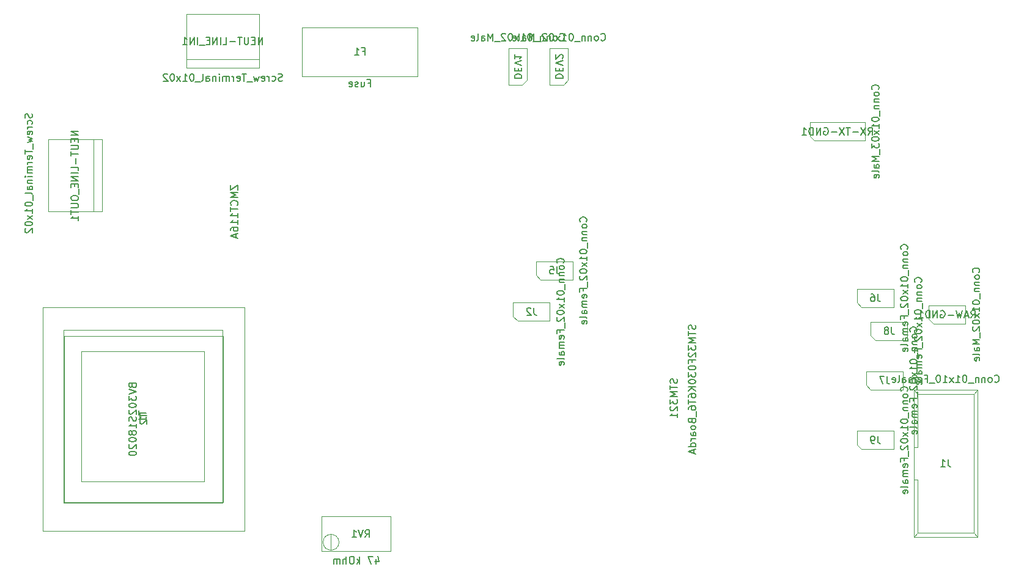
<source format=gbr>
%TF.GenerationSoftware,KiCad,Pcbnew,(6.0.0-rc1-dev-1444-gad0d9f8df)*%
%TF.CreationDate,2019-01-02T13:44:12+02:00*%
%TF.ProjectId,digiTOS-COMOD-SinBoard-routed-2,64696769-544f-4532-9d43-4f4d4f442d53,rev?*%
%TF.SameCoordinates,Original*%
%TF.FileFunction,Other,Fab,Bot*%
%FSLAX46Y46*%
G04 Gerber Fmt 4.6, Leading zero omitted, Abs format (unit mm)*
G04 Created by KiCad (PCBNEW (6.0.0-rc1-dev-1444-gad0d9f8df)) date 02/01/2019 13:44:12*
%MOMM*%
%LPD*%
G04 APERTURE LIST*
%ADD10C,0.100000*%
%ADD11C,0.150000*%
G04 APERTURE END LIST*
D10*
%TO.C,T1*%
X118700000Y-112200000D02*
X140700000Y-112200000D01*
X118700000Y-88200000D02*
X118700000Y-112200000D01*
X140700000Y-88200000D02*
X118700000Y-88200000D01*
X140700000Y-112200000D02*
X140700000Y-88200000D01*
X121200000Y-109200000D02*
X138200000Y-109200000D01*
X121200000Y-91200000D02*
X121200000Y-109200000D01*
X138200000Y-91200000D02*
X121200000Y-91200000D01*
X138200000Y-109200000D02*
X138200000Y-91200000D01*
%TO.C,T2*%
X115800000Y-116100000D02*
X143800000Y-116100000D01*
X115800000Y-85100000D02*
X115800000Y-116100000D01*
X143800000Y-85100000D02*
X115800000Y-85100000D01*
X143800000Y-116100000D02*
X143800000Y-85100000D01*
X140800000Y-89100000D02*
X140800000Y-112100000D01*
X118800000Y-89100000D02*
X140800000Y-89100000D01*
X118800000Y-112100000D02*
X118800000Y-89100000D01*
X140800000Y-112100000D02*
X118800000Y-112100000D01*
%TO.C,F1*%
X167740000Y-46330000D02*
X167740000Y-53070000D01*
X167740000Y-53070000D02*
X151740000Y-53070000D01*
X151740000Y-53070000D02*
X151740000Y-46330000D01*
X151740000Y-46330000D02*
X167740000Y-46330000D01*
%TO.C,NEUT-LINE_IN1*%
X145710000Y-50750000D02*
X135810000Y-50750000D01*
X145760000Y-44450000D02*
X145760000Y-51950000D01*
X145760000Y-51950000D02*
X135760000Y-51950000D01*
X135760000Y-51950000D02*
X135760000Y-44450000D01*
X135760000Y-44450000D02*
X145760000Y-44450000D01*
%TO.C,NEUT-LINE_OUT1*%
X122850000Y-61890000D02*
X122850000Y-71790000D01*
X116550000Y-61840000D02*
X124050000Y-61840000D01*
X124050000Y-61840000D02*
X124050000Y-71840000D01*
X124050000Y-71840000D02*
X116550000Y-71840000D01*
X116550000Y-71840000D02*
X116550000Y-61840000D01*
%TO.C,RAW-GND1*%
X238530000Y-84830000D02*
X238530000Y-86735000D01*
X238530000Y-86735000D02*
X239165000Y-87370000D01*
X239165000Y-87370000D02*
X243610000Y-87370000D01*
X243610000Y-87370000D02*
X243610000Y-84830000D01*
X243610000Y-84830000D02*
X238530000Y-84830000D01*
%TO.C,RX-TX-GND1*%
X222050000Y-59460000D02*
X222050000Y-61365000D01*
X222050000Y-61365000D02*
X222685000Y-62000000D01*
X222685000Y-62000000D02*
X229670000Y-62000000D01*
X229670000Y-62000000D02*
X229670000Y-59460000D01*
X229670000Y-59460000D02*
X222050000Y-59460000D01*
%TO.C,DEV1*%
X180330000Y-54270000D02*
X182235000Y-54270000D01*
X182235000Y-54270000D02*
X182870000Y-53635000D01*
X182870000Y-53635000D02*
X182870000Y-49190000D01*
X182870000Y-49190000D02*
X180330000Y-49190000D01*
X180330000Y-49190000D02*
X180330000Y-54270000D01*
%TO.C,DEV2*%
X186030000Y-49190000D02*
X186030000Y-54270000D01*
X188570000Y-49190000D02*
X186030000Y-49190000D01*
X188570000Y-53635000D02*
X188570000Y-49190000D01*
X187935000Y-54270000D02*
X188570000Y-53635000D01*
X186030000Y-54270000D02*
X187935000Y-54270000D01*
%TO.C,RV1*%
X156840000Y-117650000D02*
G75*
G03X156840000Y-117650000I-1095000J0D01*
G01*
X164005000Y-114090000D02*
X164005000Y-118920000D01*
X164005000Y-118920000D02*
X154475000Y-118920000D01*
X154475000Y-118920000D02*
X154475000Y-114090000D01*
X154475000Y-114090000D02*
X164005000Y-114090000D01*
X155745000Y-118735000D02*
X155744000Y-116566000D01*
X155745000Y-118735000D02*
X155744000Y-116566000D01*
%TO.C,J1*%
X245295000Y-116900000D02*
X245295000Y-96540000D01*
X244745000Y-116360000D02*
X244745000Y-97100000D01*
X236445000Y-116900000D02*
X236445000Y-96540000D01*
X236995000Y-116360000D02*
X236995000Y-108970000D01*
X236995000Y-104470000D02*
X236995000Y-97100000D01*
X236995000Y-108970000D02*
X236445000Y-108970000D01*
X236995000Y-104470000D02*
X236445000Y-104470000D01*
X245295000Y-116900000D02*
X236445000Y-116900000D01*
X244745000Y-116360000D02*
X236995000Y-116360000D01*
X245295000Y-96540000D02*
X236445000Y-96540000D01*
X244745000Y-97100000D02*
X236995000Y-97100000D01*
X245295000Y-116900000D02*
X244745000Y-116360000D01*
X245295000Y-96540000D02*
X244745000Y-97100000D01*
X236445000Y-116900000D02*
X236995000Y-116360000D01*
X236445000Y-96540000D02*
X236995000Y-97100000D01*
%TO.C,J2*%
X186055000Y-84455000D02*
X180975000Y-84455000D01*
X186055000Y-86995000D02*
X186055000Y-84455000D01*
X181610000Y-86995000D02*
X186055000Y-86995000D01*
X180975000Y-86360000D02*
X181610000Y-86995000D01*
X180975000Y-84455000D02*
X180975000Y-86360000D01*
%TO.C,J5*%
X184150000Y-78740000D02*
X184150000Y-80645000D01*
X184150000Y-80645000D02*
X184785000Y-81280000D01*
X184785000Y-81280000D02*
X189230000Y-81280000D01*
X189230000Y-81280000D02*
X189230000Y-78740000D01*
X189230000Y-78740000D02*
X184150000Y-78740000D01*
%TO.C,J6*%
X233680000Y-82550000D02*
X228600000Y-82550000D01*
X233680000Y-85090000D02*
X233680000Y-82550000D01*
X229235000Y-85090000D02*
X233680000Y-85090000D01*
X228600000Y-84455000D02*
X229235000Y-85090000D01*
X228600000Y-82550000D02*
X228600000Y-84455000D01*
%TO.C,J7*%
X229870000Y-93980000D02*
X229870000Y-95885000D01*
X229870000Y-95885000D02*
X230505000Y-96520000D01*
X230505000Y-96520000D02*
X234950000Y-96520000D01*
X234950000Y-96520000D02*
X234950000Y-93980000D01*
X234950000Y-93980000D02*
X229870000Y-93980000D01*
%TO.C,J8*%
X230505000Y-87122000D02*
X230505000Y-89027000D01*
X230505000Y-89027000D02*
X231140000Y-89662000D01*
X231140000Y-89662000D02*
X235585000Y-89662000D01*
X235585000Y-89662000D02*
X235585000Y-87122000D01*
X235585000Y-87122000D02*
X230505000Y-87122000D01*
%TO.C,J9*%
X233680000Y-102235000D02*
X228600000Y-102235000D01*
X233680000Y-104775000D02*
X233680000Y-102235000D01*
X229235000Y-104775000D02*
X233680000Y-104775000D01*
X228600000Y-104140000D02*
X229235000Y-104775000D01*
X228600000Y-102235000D02*
X228600000Y-104140000D01*
%TD*%
%TO.C,T1*%
D11*
X129152380Y-99438095D02*
X129152380Y-100009523D01*
X130152380Y-99723809D02*
X129152380Y-99723809D01*
X130152380Y-100866666D02*
X130152380Y-100295238D01*
X130152380Y-100580952D02*
X129152380Y-100580952D01*
X129295238Y-100485714D01*
X129390476Y-100390476D01*
X129438095Y-100295238D01*
%TO.C,T2*%
X128228571Y-95957142D02*
X128276190Y-96100000D01*
X128323809Y-96147619D01*
X128419047Y-96195238D01*
X128561904Y-96195238D01*
X128657142Y-96147619D01*
X128704761Y-96100000D01*
X128752380Y-96004761D01*
X128752380Y-95623809D01*
X127752380Y-95623809D01*
X127752380Y-95957142D01*
X127800000Y-96052380D01*
X127847619Y-96100000D01*
X127942857Y-96147619D01*
X128038095Y-96147619D01*
X128133333Y-96100000D01*
X128180952Y-96052380D01*
X128228571Y-95957142D01*
X128228571Y-95623809D01*
X127752380Y-96480952D02*
X128752380Y-96814285D01*
X127752380Y-97147619D01*
X127752380Y-97385714D02*
X127752380Y-98004761D01*
X128133333Y-97671428D01*
X128133333Y-97814285D01*
X128180952Y-97909523D01*
X128228571Y-97957142D01*
X128323809Y-98004761D01*
X128561904Y-98004761D01*
X128657142Y-97957142D01*
X128704761Y-97909523D01*
X128752380Y-97814285D01*
X128752380Y-97528571D01*
X128704761Y-97433333D01*
X128657142Y-97385714D01*
X127752380Y-98623809D02*
X127752380Y-98719047D01*
X127800000Y-98814285D01*
X127847619Y-98861904D01*
X127942857Y-98909523D01*
X128133333Y-98957142D01*
X128371428Y-98957142D01*
X128561904Y-98909523D01*
X128657142Y-98861904D01*
X128704761Y-98814285D01*
X128752380Y-98719047D01*
X128752380Y-98623809D01*
X128704761Y-98528571D01*
X128657142Y-98480952D01*
X128561904Y-98433333D01*
X128371428Y-98385714D01*
X128133333Y-98385714D01*
X127942857Y-98433333D01*
X127847619Y-98480952D01*
X127800000Y-98528571D01*
X127752380Y-98623809D01*
X127847619Y-99338095D02*
X127800000Y-99385714D01*
X127752380Y-99480952D01*
X127752380Y-99719047D01*
X127800000Y-99814285D01*
X127847619Y-99861904D01*
X127942857Y-99909523D01*
X128038095Y-99909523D01*
X128180952Y-99861904D01*
X128752380Y-99290476D01*
X128752380Y-99909523D01*
X128704761Y-100290476D02*
X128752380Y-100433333D01*
X128752380Y-100671428D01*
X128704761Y-100766666D01*
X128657142Y-100814285D01*
X128561904Y-100861904D01*
X128466666Y-100861904D01*
X128371428Y-100814285D01*
X128323809Y-100766666D01*
X128276190Y-100671428D01*
X128228571Y-100480952D01*
X128180952Y-100385714D01*
X128133333Y-100338095D01*
X128038095Y-100290476D01*
X127942857Y-100290476D01*
X127847619Y-100338095D01*
X127800000Y-100385714D01*
X127752380Y-100480952D01*
X127752380Y-100719047D01*
X127800000Y-100861904D01*
X128752380Y-101814285D02*
X128752380Y-101242857D01*
X128752380Y-101528571D02*
X127752380Y-101528571D01*
X127895238Y-101433333D01*
X127990476Y-101338095D01*
X128038095Y-101242857D01*
X128180952Y-102385714D02*
X128133333Y-102290476D01*
X128085714Y-102242857D01*
X127990476Y-102195238D01*
X127942857Y-102195238D01*
X127847619Y-102242857D01*
X127800000Y-102290476D01*
X127752380Y-102385714D01*
X127752380Y-102576190D01*
X127800000Y-102671428D01*
X127847619Y-102719047D01*
X127942857Y-102766666D01*
X127990476Y-102766666D01*
X128085714Y-102719047D01*
X128133333Y-102671428D01*
X128180952Y-102576190D01*
X128180952Y-102385714D01*
X128228571Y-102290476D01*
X128276190Y-102242857D01*
X128371428Y-102195238D01*
X128561904Y-102195238D01*
X128657142Y-102242857D01*
X128704761Y-102290476D01*
X128752380Y-102385714D01*
X128752380Y-102576190D01*
X128704761Y-102671428D01*
X128657142Y-102719047D01*
X128561904Y-102766666D01*
X128371428Y-102766666D01*
X128276190Y-102719047D01*
X128228571Y-102671428D01*
X128180952Y-102576190D01*
X127752380Y-103385714D02*
X127752380Y-103480952D01*
X127800000Y-103576190D01*
X127847619Y-103623809D01*
X127942857Y-103671428D01*
X128133333Y-103719047D01*
X128371428Y-103719047D01*
X128561904Y-103671428D01*
X128657142Y-103623809D01*
X128704761Y-103576190D01*
X128752380Y-103480952D01*
X128752380Y-103385714D01*
X128704761Y-103290476D01*
X128657142Y-103242857D01*
X128561904Y-103195238D01*
X128371428Y-103147619D01*
X128133333Y-103147619D01*
X127942857Y-103195238D01*
X127847619Y-103242857D01*
X127800000Y-103290476D01*
X127752380Y-103385714D01*
X127847619Y-104100000D02*
X127800000Y-104147619D01*
X127752380Y-104242857D01*
X127752380Y-104480952D01*
X127800000Y-104576190D01*
X127847619Y-104623809D01*
X127942857Y-104671428D01*
X128038095Y-104671428D01*
X128180952Y-104623809D01*
X128752380Y-104052380D01*
X128752380Y-104671428D01*
X127752380Y-105290476D02*
X127752380Y-105385714D01*
X127800000Y-105480952D01*
X127847619Y-105528571D01*
X127942857Y-105576190D01*
X128133333Y-105623809D01*
X128371428Y-105623809D01*
X128561904Y-105576190D01*
X128657142Y-105528571D01*
X128704761Y-105480952D01*
X128752380Y-105385714D01*
X128752380Y-105290476D01*
X128704761Y-105195238D01*
X128657142Y-105147619D01*
X128561904Y-105100000D01*
X128371428Y-105052380D01*
X128133333Y-105052380D01*
X127942857Y-105100000D01*
X127847619Y-105147619D01*
X127800000Y-105195238D01*
X127752380Y-105290476D01*
X129252380Y-99838095D02*
X129252380Y-100409523D01*
X130252380Y-100123809D02*
X129252380Y-100123809D01*
X129347619Y-100695238D02*
X129300000Y-100742857D01*
X129252380Y-100838095D01*
X129252380Y-101076190D01*
X129300000Y-101171428D01*
X129347619Y-101219047D01*
X129442857Y-101266666D01*
X129538095Y-101266666D01*
X129680952Y-101219047D01*
X130252380Y-100647619D01*
X130252380Y-101266666D01*
%TO.C,F1*%
X160882857Y-53998571D02*
X161216190Y-53998571D01*
X161216190Y-54522380D02*
X161216190Y-53522380D01*
X160740000Y-53522380D01*
X159930476Y-53855714D02*
X159930476Y-54522380D01*
X160359047Y-53855714D02*
X160359047Y-54379523D01*
X160311428Y-54474761D01*
X160216190Y-54522380D01*
X160073333Y-54522380D01*
X159978095Y-54474761D01*
X159930476Y-54427142D01*
X159501904Y-54474761D02*
X159406666Y-54522380D01*
X159216190Y-54522380D01*
X159120952Y-54474761D01*
X159073333Y-54379523D01*
X159073333Y-54331904D01*
X159120952Y-54236666D01*
X159216190Y-54189047D01*
X159359047Y-54189047D01*
X159454285Y-54141428D01*
X159501904Y-54046190D01*
X159501904Y-53998571D01*
X159454285Y-53903333D01*
X159359047Y-53855714D01*
X159216190Y-53855714D01*
X159120952Y-53903333D01*
X158263809Y-54474761D02*
X158359047Y-54522380D01*
X158549523Y-54522380D01*
X158644761Y-54474761D01*
X158692380Y-54379523D01*
X158692380Y-53998571D01*
X158644761Y-53903333D01*
X158549523Y-53855714D01*
X158359047Y-53855714D01*
X158263809Y-53903333D01*
X158216190Y-53998571D01*
X158216190Y-54093809D01*
X158692380Y-54189047D01*
X160073333Y-49628571D02*
X160406666Y-49628571D01*
X160406666Y-50152380D02*
X160406666Y-49152380D01*
X159930476Y-49152380D01*
X159025714Y-50152380D02*
X159597142Y-50152380D01*
X159311428Y-50152380D02*
X159311428Y-49152380D01*
X159406666Y-49295238D01*
X159501904Y-49390476D01*
X159597142Y-49438095D01*
%TO.C,NEUT-LINE_IN1*%
X148998095Y-53684761D02*
X148855238Y-53732380D01*
X148617142Y-53732380D01*
X148521904Y-53684761D01*
X148474285Y-53637142D01*
X148426666Y-53541904D01*
X148426666Y-53446666D01*
X148474285Y-53351428D01*
X148521904Y-53303809D01*
X148617142Y-53256190D01*
X148807619Y-53208571D01*
X148902857Y-53160952D01*
X148950476Y-53113333D01*
X148998095Y-53018095D01*
X148998095Y-52922857D01*
X148950476Y-52827619D01*
X148902857Y-52780000D01*
X148807619Y-52732380D01*
X148569523Y-52732380D01*
X148426666Y-52780000D01*
X147569523Y-53684761D02*
X147664761Y-53732380D01*
X147855238Y-53732380D01*
X147950476Y-53684761D01*
X147998095Y-53637142D01*
X148045714Y-53541904D01*
X148045714Y-53256190D01*
X147998095Y-53160952D01*
X147950476Y-53113333D01*
X147855238Y-53065714D01*
X147664761Y-53065714D01*
X147569523Y-53113333D01*
X147140952Y-53732380D02*
X147140952Y-53065714D01*
X147140952Y-53256190D02*
X147093333Y-53160952D01*
X147045714Y-53113333D01*
X146950476Y-53065714D01*
X146855238Y-53065714D01*
X146140952Y-53684761D02*
X146236190Y-53732380D01*
X146426666Y-53732380D01*
X146521904Y-53684761D01*
X146569523Y-53589523D01*
X146569523Y-53208571D01*
X146521904Y-53113333D01*
X146426666Y-53065714D01*
X146236190Y-53065714D01*
X146140952Y-53113333D01*
X146093333Y-53208571D01*
X146093333Y-53303809D01*
X146569523Y-53399047D01*
X145760000Y-53065714D02*
X145569523Y-53732380D01*
X145379047Y-53256190D01*
X145188571Y-53732380D01*
X144998095Y-53065714D01*
X144855238Y-53827619D02*
X144093333Y-53827619D01*
X143998095Y-52732380D02*
X143426666Y-52732380D01*
X143712380Y-53732380D02*
X143712380Y-52732380D01*
X142712380Y-53684761D02*
X142807619Y-53732380D01*
X142998095Y-53732380D01*
X143093333Y-53684761D01*
X143140952Y-53589523D01*
X143140952Y-53208571D01*
X143093333Y-53113333D01*
X142998095Y-53065714D01*
X142807619Y-53065714D01*
X142712380Y-53113333D01*
X142664761Y-53208571D01*
X142664761Y-53303809D01*
X143140952Y-53399047D01*
X142236190Y-53732380D02*
X142236190Y-53065714D01*
X142236190Y-53256190D02*
X142188571Y-53160952D01*
X142140952Y-53113333D01*
X142045714Y-53065714D01*
X141950476Y-53065714D01*
X141617142Y-53732380D02*
X141617142Y-53065714D01*
X141617142Y-53160952D02*
X141569523Y-53113333D01*
X141474285Y-53065714D01*
X141331428Y-53065714D01*
X141236190Y-53113333D01*
X141188571Y-53208571D01*
X141188571Y-53732380D01*
X141188571Y-53208571D02*
X141140952Y-53113333D01*
X141045714Y-53065714D01*
X140902857Y-53065714D01*
X140807619Y-53113333D01*
X140760000Y-53208571D01*
X140760000Y-53732380D01*
X140283809Y-53732380D02*
X140283809Y-53065714D01*
X140283809Y-52732380D02*
X140331428Y-52780000D01*
X140283809Y-52827619D01*
X140236190Y-52780000D01*
X140283809Y-52732380D01*
X140283809Y-52827619D01*
X139807619Y-53065714D02*
X139807619Y-53732380D01*
X139807619Y-53160952D02*
X139760000Y-53113333D01*
X139664761Y-53065714D01*
X139521904Y-53065714D01*
X139426666Y-53113333D01*
X139379047Y-53208571D01*
X139379047Y-53732380D01*
X138474285Y-53732380D02*
X138474285Y-53208571D01*
X138521904Y-53113333D01*
X138617142Y-53065714D01*
X138807619Y-53065714D01*
X138902857Y-53113333D01*
X138474285Y-53684761D02*
X138569523Y-53732380D01*
X138807619Y-53732380D01*
X138902857Y-53684761D01*
X138950476Y-53589523D01*
X138950476Y-53494285D01*
X138902857Y-53399047D01*
X138807619Y-53351428D01*
X138569523Y-53351428D01*
X138474285Y-53303809D01*
X137855238Y-53732380D02*
X137950476Y-53684761D01*
X137998095Y-53589523D01*
X137998095Y-52732380D01*
X137712380Y-53827619D02*
X136950476Y-53827619D01*
X136521904Y-52732380D02*
X136426666Y-52732380D01*
X136331428Y-52780000D01*
X136283809Y-52827619D01*
X136236190Y-52922857D01*
X136188571Y-53113333D01*
X136188571Y-53351428D01*
X136236190Y-53541904D01*
X136283809Y-53637142D01*
X136331428Y-53684761D01*
X136426666Y-53732380D01*
X136521904Y-53732380D01*
X136617142Y-53684761D01*
X136664761Y-53637142D01*
X136712380Y-53541904D01*
X136760000Y-53351428D01*
X136760000Y-53113333D01*
X136712380Y-52922857D01*
X136664761Y-52827619D01*
X136617142Y-52780000D01*
X136521904Y-52732380D01*
X135236190Y-53732380D02*
X135807619Y-53732380D01*
X135521904Y-53732380D02*
X135521904Y-52732380D01*
X135617142Y-52875238D01*
X135712380Y-52970476D01*
X135807619Y-53018095D01*
X134902857Y-53732380D02*
X134379047Y-53065714D01*
X134902857Y-53065714D02*
X134379047Y-53732380D01*
X133807619Y-52732380D02*
X133712380Y-52732380D01*
X133617142Y-52780000D01*
X133569523Y-52827619D01*
X133521904Y-52922857D01*
X133474285Y-53113333D01*
X133474285Y-53351428D01*
X133521904Y-53541904D01*
X133569523Y-53637142D01*
X133617142Y-53684761D01*
X133712380Y-53732380D01*
X133807619Y-53732380D01*
X133902857Y-53684761D01*
X133950476Y-53637142D01*
X133998095Y-53541904D01*
X134045714Y-53351428D01*
X134045714Y-53113333D01*
X133998095Y-52922857D01*
X133950476Y-52827619D01*
X133902857Y-52780000D01*
X133807619Y-52732380D01*
X133093333Y-52827619D02*
X133045714Y-52780000D01*
X132950476Y-52732380D01*
X132712380Y-52732380D01*
X132617142Y-52780000D01*
X132569523Y-52827619D01*
X132521904Y-52922857D01*
X132521904Y-53018095D01*
X132569523Y-53160952D01*
X133140952Y-53732380D01*
X132521904Y-53732380D01*
X146260000Y-48652380D02*
X146260000Y-47652380D01*
X145688571Y-48652380D01*
X145688571Y-47652380D01*
X145212380Y-48128571D02*
X144879047Y-48128571D01*
X144736190Y-48652380D02*
X145212380Y-48652380D01*
X145212380Y-47652380D01*
X144736190Y-47652380D01*
X144307619Y-47652380D02*
X144307619Y-48461904D01*
X144260000Y-48557142D01*
X144212380Y-48604761D01*
X144117142Y-48652380D01*
X143926666Y-48652380D01*
X143831428Y-48604761D01*
X143783809Y-48557142D01*
X143736190Y-48461904D01*
X143736190Y-47652380D01*
X143402857Y-47652380D02*
X142831428Y-47652380D01*
X143117142Y-48652380D02*
X143117142Y-47652380D01*
X142498095Y-48271428D02*
X141736190Y-48271428D01*
X140783809Y-48652380D02*
X141260000Y-48652380D01*
X141260000Y-47652380D01*
X140450476Y-48652380D02*
X140450476Y-47652380D01*
X139974285Y-48652380D02*
X139974285Y-47652380D01*
X139402857Y-48652380D01*
X139402857Y-47652380D01*
X138926666Y-48128571D02*
X138593333Y-48128571D01*
X138450476Y-48652380D02*
X138926666Y-48652380D01*
X138926666Y-47652380D01*
X138450476Y-47652380D01*
X138260000Y-48747619D02*
X137498095Y-48747619D01*
X137260000Y-48652380D02*
X137260000Y-47652380D01*
X136783809Y-48652380D02*
X136783809Y-47652380D01*
X136212380Y-48652380D01*
X136212380Y-47652380D01*
X135212380Y-48652380D02*
X135783809Y-48652380D01*
X135498095Y-48652380D02*
X135498095Y-47652380D01*
X135593333Y-47795238D01*
X135688571Y-47890476D01*
X135783809Y-47938095D01*
%TO.C,NEUT-LINE_OUT1*%
X114304761Y-58261904D02*
X114352380Y-58404761D01*
X114352380Y-58642857D01*
X114304761Y-58738095D01*
X114257142Y-58785714D01*
X114161904Y-58833333D01*
X114066666Y-58833333D01*
X113971428Y-58785714D01*
X113923809Y-58738095D01*
X113876190Y-58642857D01*
X113828571Y-58452380D01*
X113780952Y-58357142D01*
X113733333Y-58309523D01*
X113638095Y-58261904D01*
X113542857Y-58261904D01*
X113447619Y-58309523D01*
X113400000Y-58357142D01*
X113352380Y-58452380D01*
X113352380Y-58690476D01*
X113400000Y-58833333D01*
X114304761Y-59690476D02*
X114352380Y-59595238D01*
X114352380Y-59404761D01*
X114304761Y-59309523D01*
X114257142Y-59261904D01*
X114161904Y-59214285D01*
X113876190Y-59214285D01*
X113780952Y-59261904D01*
X113733333Y-59309523D01*
X113685714Y-59404761D01*
X113685714Y-59595238D01*
X113733333Y-59690476D01*
X114352380Y-60119047D02*
X113685714Y-60119047D01*
X113876190Y-60119047D02*
X113780952Y-60166666D01*
X113733333Y-60214285D01*
X113685714Y-60309523D01*
X113685714Y-60404761D01*
X114304761Y-61119047D02*
X114352380Y-61023809D01*
X114352380Y-60833333D01*
X114304761Y-60738095D01*
X114209523Y-60690476D01*
X113828571Y-60690476D01*
X113733333Y-60738095D01*
X113685714Y-60833333D01*
X113685714Y-61023809D01*
X113733333Y-61119047D01*
X113828571Y-61166666D01*
X113923809Y-61166666D01*
X114019047Y-60690476D01*
X113685714Y-61500000D02*
X114352380Y-61690476D01*
X113876190Y-61880952D01*
X114352380Y-62071428D01*
X113685714Y-62261904D01*
X114447619Y-62404761D02*
X114447619Y-63166666D01*
X113352380Y-63261904D02*
X113352380Y-63833333D01*
X114352380Y-63547619D02*
X113352380Y-63547619D01*
X114304761Y-64547619D02*
X114352380Y-64452380D01*
X114352380Y-64261904D01*
X114304761Y-64166666D01*
X114209523Y-64119047D01*
X113828571Y-64119047D01*
X113733333Y-64166666D01*
X113685714Y-64261904D01*
X113685714Y-64452380D01*
X113733333Y-64547619D01*
X113828571Y-64595238D01*
X113923809Y-64595238D01*
X114019047Y-64119047D01*
X114352380Y-65023809D02*
X113685714Y-65023809D01*
X113876190Y-65023809D02*
X113780952Y-65071428D01*
X113733333Y-65119047D01*
X113685714Y-65214285D01*
X113685714Y-65309523D01*
X114352380Y-65642857D02*
X113685714Y-65642857D01*
X113780952Y-65642857D02*
X113733333Y-65690476D01*
X113685714Y-65785714D01*
X113685714Y-65928571D01*
X113733333Y-66023809D01*
X113828571Y-66071428D01*
X114352380Y-66071428D01*
X113828571Y-66071428D02*
X113733333Y-66119047D01*
X113685714Y-66214285D01*
X113685714Y-66357142D01*
X113733333Y-66452380D01*
X113828571Y-66500000D01*
X114352380Y-66500000D01*
X114352380Y-66976190D02*
X113685714Y-66976190D01*
X113352380Y-66976190D02*
X113400000Y-66928571D01*
X113447619Y-66976190D01*
X113400000Y-67023809D01*
X113352380Y-66976190D01*
X113447619Y-66976190D01*
X113685714Y-67452380D02*
X114352380Y-67452380D01*
X113780952Y-67452380D02*
X113733333Y-67500000D01*
X113685714Y-67595238D01*
X113685714Y-67738095D01*
X113733333Y-67833333D01*
X113828571Y-67880952D01*
X114352380Y-67880952D01*
X114352380Y-68785714D02*
X113828571Y-68785714D01*
X113733333Y-68738095D01*
X113685714Y-68642857D01*
X113685714Y-68452380D01*
X113733333Y-68357142D01*
X114304761Y-68785714D02*
X114352380Y-68690476D01*
X114352380Y-68452380D01*
X114304761Y-68357142D01*
X114209523Y-68309523D01*
X114114285Y-68309523D01*
X114019047Y-68357142D01*
X113971428Y-68452380D01*
X113971428Y-68690476D01*
X113923809Y-68785714D01*
X114352380Y-69404761D02*
X114304761Y-69309523D01*
X114209523Y-69261904D01*
X113352380Y-69261904D01*
X114447619Y-69547619D02*
X114447619Y-70309523D01*
X113352380Y-70738095D02*
X113352380Y-70833333D01*
X113400000Y-70928571D01*
X113447619Y-70976190D01*
X113542857Y-71023809D01*
X113733333Y-71071428D01*
X113971428Y-71071428D01*
X114161904Y-71023809D01*
X114257142Y-70976190D01*
X114304761Y-70928571D01*
X114352380Y-70833333D01*
X114352380Y-70738095D01*
X114304761Y-70642857D01*
X114257142Y-70595238D01*
X114161904Y-70547619D01*
X113971428Y-70500000D01*
X113733333Y-70500000D01*
X113542857Y-70547619D01*
X113447619Y-70595238D01*
X113400000Y-70642857D01*
X113352380Y-70738095D01*
X114352380Y-72023809D02*
X114352380Y-71452380D01*
X114352380Y-71738095D02*
X113352380Y-71738095D01*
X113495238Y-71642857D01*
X113590476Y-71547619D01*
X113638095Y-71452380D01*
X114352380Y-72357142D02*
X113685714Y-72880952D01*
X113685714Y-72357142D02*
X114352380Y-72880952D01*
X113352380Y-73452380D02*
X113352380Y-73547619D01*
X113400000Y-73642857D01*
X113447619Y-73690476D01*
X113542857Y-73738095D01*
X113733333Y-73785714D01*
X113971428Y-73785714D01*
X114161904Y-73738095D01*
X114257142Y-73690476D01*
X114304761Y-73642857D01*
X114352380Y-73547619D01*
X114352380Y-73452380D01*
X114304761Y-73357142D01*
X114257142Y-73309523D01*
X114161904Y-73261904D01*
X113971428Y-73214285D01*
X113733333Y-73214285D01*
X113542857Y-73261904D01*
X113447619Y-73309523D01*
X113400000Y-73357142D01*
X113352380Y-73452380D01*
X113447619Y-74166666D02*
X113400000Y-74214285D01*
X113352380Y-74309523D01*
X113352380Y-74547619D01*
X113400000Y-74642857D01*
X113447619Y-74690476D01*
X113542857Y-74738095D01*
X113638095Y-74738095D01*
X113780952Y-74690476D01*
X114352380Y-74119047D01*
X114352380Y-74738095D01*
X120752380Y-60673333D02*
X119752380Y-60673333D01*
X120752380Y-61244761D01*
X119752380Y-61244761D01*
X120228571Y-61720952D02*
X120228571Y-62054285D01*
X120752380Y-62197142D02*
X120752380Y-61720952D01*
X119752380Y-61720952D01*
X119752380Y-62197142D01*
X119752380Y-62625714D02*
X120561904Y-62625714D01*
X120657142Y-62673333D01*
X120704761Y-62720952D01*
X120752380Y-62816190D01*
X120752380Y-63006666D01*
X120704761Y-63101904D01*
X120657142Y-63149523D01*
X120561904Y-63197142D01*
X119752380Y-63197142D01*
X119752380Y-63530476D02*
X119752380Y-64101904D01*
X120752380Y-63816190D02*
X119752380Y-63816190D01*
X120371428Y-64435238D02*
X120371428Y-65197142D01*
X120752380Y-66149523D02*
X120752380Y-65673333D01*
X119752380Y-65673333D01*
X120752380Y-66482857D02*
X119752380Y-66482857D01*
X120752380Y-66959047D02*
X119752380Y-66959047D01*
X120752380Y-67530476D01*
X119752380Y-67530476D01*
X120228571Y-68006666D02*
X120228571Y-68340000D01*
X120752380Y-68482857D02*
X120752380Y-68006666D01*
X119752380Y-68006666D01*
X119752380Y-68482857D01*
X120847619Y-68673333D02*
X120847619Y-69435238D01*
X119752380Y-69863809D02*
X119752380Y-70054285D01*
X119800000Y-70149523D01*
X119895238Y-70244761D01*
X120085714Y-70292380D01*
X120419047Y-70292380D01*
X120609523Y-70244761D01*
X120704761Y-70149523D01*
X120752380Y-70054285D01*
X120752380Y-69863809D01*
X120704761Y-69768571D01*
X120609523Y-69673333D01*
X120419047Y-69625714D01*
X120085714Y-69625714D01*
X119895238Y-69673333D01*
X119800000Y-69768571D01*
X119752380Y-69863809D01*
X119752380Y-70720952D02*
X120561904Y-70720952D01*
X120657142Y-70768571D01*
X120704761Y-70816190D01*
X120752380Y-70911428D01*
X120752380Y-71101904D01*
X120704761Y-71197142D01*
X120657142Y-71244761D01*
X120561904Y-71292380D01*
X119752380Y-71292380D01*
X119752380Y-71625714D02*
X119752380Y-72197142D01*
X120752380Y-71911428D02*
X119752380Y-71911428D01*
X120752380Y-73054285D02*
X120752380Y-72482857D01*
X120752380Y-72768571D02*
X119752380Y-72768571D01*
X119895238Y-72673333D01*
X119990476Y-72578095D01*
X120038095Y-72482857D01*
%TO.C,RAW-GND1*%
X245467142Y-80266666D02*
X245514761Y-80219047D01*
X245562380Y-80076190D01*
X245562380Y-79980952D01*
X245514761Y-79838095D01*
X245419523Y-79742857D01*
X245324285Y-79695238D01*
X245133809Y-79647619D01*
X244990952Y-79647619D01*
X244800476Y-79695238D01*
X244705238Y-79742857D01*
X244610000Y-79838095D01*
X244562380Y-79980952D01*
X244562380Y-80076190D01*
X244610000Y-80219047D01*
X244657619Y-80266666D01*
X245562380Y-80838095D02*
X245514761Y-80742857D01*
X245467142Y-80695238D01*
X245371904Y-80647619D01*
X245086190Y-80647619D01*
X244990952Y-80695238D01*
X244943333Y-80742857D01*
X244895714Y-80838095D01*
X244895714Y-80980952D01*
X244943333Y-81076190D01*
X244990952Y-81123809D01*
X245086190Y-81171428D01*
X245371904Y-81171428D01*
X245467142Y-81123809D01*
X245514761Y-81076190D01*
X245562380Y-80980952D01*
X245562380Y-80838095D01*
X244895714Y-81600000D02*
X245562380Y-81600000D01*
X244990952Y-81600000D02*
X244943333Y-81647619D01*
X244895714Y-81742857D01*
X244895714Y-81885714D01*
X244943333Y-81980952D01*
X245038571Y-82028571D01*
X245562380Y-82028571D01*
X244895714Y-82504761D02*
X245562380Y-82504761D01*
X244990952Y-82504761D02*
X244943333Y-82552380D01*
X244895714Y-82647619D01*
X244895714Y-82790476D01*
X244943333Y-82885714D01*
X245038571Y-82933333D01*
X245562380Y-82933333D01*
X245657619Y-83171428D02*
X245657619Y-83933333D01*
X244562380Y-84361904D02*
X244562380Y-84457142D01*
X244610000Y-84552380D01*
X244657619Y-84600000D01*
X244752857Y-84647619D01*
X244943333Y-84695238D01*
X245181428Y-84695238D01*
X245371904Y-84647619D01*
X245467142Y-84600000D01*
X245514761Y-84552380D01*
X245562380Y-84457142D01*
X245562380Y-84361904D01*
X245514761Y-84266666D01*
X245467142Y-84219047D01*
X245371904Y-84171428D01*
X245181428Y-84123809D01*
X244943333Y-84123809D01*
X244752857Y-84171428D01*
X244657619Y-84219047D01*
X244610000Y-84266666D01*
X244562380Y-84361904D01*
X245562380Y-85647619D02*
X245562380Y-85076190D01*
X245562380Y-85361904D02*
X244562380Y-85361904D01*
X244705238Y-85266666D01*
X244800476Y-85171428D01*
X244848095Y-85076190D01*
X245562380Y-85980952D02*
X244895714Y-86504761D01*
X244895714Y-85980952D02*
X245562380Y-86504761D01*
X244562380Y-87076190D02*
X244562380Y-87171428D01*
X244610000Y-87266666D01*
X244657619Y-87314285D01*
X244752857Y-87361904D01*
X244943333Y-87409523D01*
X245181428Y-87409523D01*
X245371904Y-87361904D01*
X245467142Y-87314285D01*
X245514761Y-87266666D01*
X245562380Y-87171428D01*
X245562380Y-87076190D01*
X245514761Y-86980952D01*
X245467142Y-86933333D01*
X245371904Y-86885714D01*
X245181428Y-86838095D01*
X244943333Y-86838095D01*
X244752857Y-86885714D01*
X244657619Y-86933333D01*
X244610000Y-86980952D01*
X244562380Y-87076190D01*
X244657619Y-87790476D02*
X244610000Y-87838095D01*
X244562380Y-87933333D01*
X244562380Y-88171428D01*
X244610000Y-88266666D01*
X244657619Y-88314285D01*
X244752857Y-88361904D01*
X244848095Y-88361904D01*
X244990952Y-88314285D01*
X245562380Y-87742857D01*
X245562380Y-88361904D01*
X245657619Y-88552380D02*
X245657619Y-89314285D01*
X245562380Y-89552380D02*
X244562380Y-89552380D01*
X245276666Y-89885714D01*
X244562380Y-90219047D01*
X245562380Y-90219047D01*
X245562380Y-91123809D02*
X245038571Y-91123809D01*
X244943333Y-91076190D01*
X244895714Y-90980952D01*
X244895714Y-90790476D01*
X244943333Y-90695238D01*
X245514761Y-91123809D02*
X245562380Y-91028571D01*
X245562380Y-90790476D01*
X245514761Y-90695238D01*
X245419523Y-90647619D01*
X245324285Y-90647619D01*
X245229047Y-90695238D01*
X245181428Y-90790476D01*
X245181428Y-91028571D01*
X245133809Y-91123809D01*
X245562380Y-91742857D02*
X245514761Y-91647619D01*
X245419523Y-91600000D01*
X244562380Y-91600000D01*
X245514761Y-92504761D02*
X245562380Y-92409523D01*
X245562380Y-92219047D01*
X245514761Y-92123809D01*
X245419523Y-92076190D01*
X245038571Y-92076190D01*
X244943333Y-92123809D01*
X244895714Y-92219047D01*
X244895714Y-92409523D01*
X244943333Y-92504761D01*
X245038571Y-92552380D01*
X245133809Y-92552380D01*
X245229047Y-92076190D01*
X244379523Y-86552380D02*
X244712857Y-86076190D01*
X244950952Y-86552380D02*
X244950952Y-85552380D01*
X244570000Y-85552380D01*
X244474761Y-85600000D01*
X244427142Y-85647619D01*
X244379523Y-85742857D01*
X244379523Y-85885714D01*
X244427142Y-85980952D01*
X244474761Y-86028571D01*
X244570000Y-86076190D01*
X244950952Y-86076190D01*
X243998571Y-86266666D02*
X243522380Y-86266666D01*
X244093809Y-86552380D02*
X243760476Y-85552380D01*
X243427142Y-86552380D01*
X243189047Y-85552380D02*
X242950952Y-86552380D01*
X242760476Y-85838095D01*
X242570000Y-86552380D01*
X242331904Y-85552380D01*
X241950952Y-86171428D02*
X241189047Y-86171428D01*
X240189047Y-85600000D02*
X240284285Y-85552380D01*
X240427142Y-85552380D01*
X240570000Y-85600000D01*
X240665238Y-85695238D01*
X240712857Y-85790476D01*
X240760476Y-85980952D01*
X240760476Y-86123809D01*
X240712857Y-86314285D01*
X240665238Y-86409523D01*
X240570000Y-86504761D01*
X240427142Y-86552380D01*
X240331904Y-86552380D01*
X240189047Y-86504761D01*
X240141428Y-86457142D01*
X240141428Y-86123809D01*
X240331904Y-86123809D01*
X239712857Y-86552380D02*
X239712857Y-85552380D01*
X239141428Y-86552380D01*
X239141428Y-85552380D01*
X238665238Y-86552380D02*
X238665238Y-85552380D01*
X238427142Y-85552380D01*
X238284285Y-85600000D01*
X238189047Y-85695238D01*
X238141428Y-85790476D01*
X238093809Y-85980952D01*
X238093809Y-86123809D01*
X238141428Y-86314285D01*
X238189047Y-86409523D01*
X238284285Y-86504761D01*
X238427142Y-86552380D01*
X238665238Y-86552380D01*
X237141428Y-86552380D02*
X237712857Y-86552380D01*
X237427142Y-86552380D02*
X237427142Y-85552380D01*
X237522380Y-85695238D01*
X237617619Y-85790476D01*
X237712857Y-85838095D01*
%TO.C,RX-TX-GND1*%
X231527142Y-54896666D02*
X231574761Y-54849047D01*
X231622380Y-54706190D01*
X231622380Y-54610952D01*
X231574761Y-54468095D01*
X231479523Y-54372857D01*
X231384285Y-54325238D01*
X231193809Y-54277619D01*
X231050952Y-54277619D01*
X230860476Y-54325238D01*
X230765238Y-54372857D01*
X230670000Y-54468095D01*
X230622380Y-54610952D01*
X230622380Y-54706190D01*
X230670000Y-54849047D01*
X230717619Y-54896666D01*
X231622380Y-55468095D02*
X231574761Y-55372857D01*
X231527142Y-55325238D01*
X231431904Y-55277619D01*
X231146190Y-55277619D01*
X231050952Y-55325238D01*
X231003333Y-55372857D01*
X230955714Y-55468095D01*
X230955714Y-55610952D01*
X231003333Y-55706190D01*
X231050952Y-55753809D01*
X231146190Y-55801428D01*
X231431904Y-55801428D01*
X231527142Y-55753809D01*
X231574761Y-55706190D01*
X231622380Y-55610952D01*
X231622380Y-55468095D01*
X230955714Y-56230000D02*
X231622380Y-56230000D01*
X231050952Y-56230000D02*
X231003333Y-56277619D01*
X230955714Y-56372857D01*
X230955714Y-56515714D01*
X231003333Y-56610952D01*
X231098571Y-56658571D01*
X231622380Y-56658571D01*
X230955714Y-57134761D02*
X231622380Y-57134761D01*
X231050952Y-57134761D02*
X231003333Y-57182380D01*
X230955714Y-57277619D01*
X230955714Y-57420476D01*
X231003333Y-57515714D01*
X231098571Y-57563333D01*
X231622380Y-57563333D01*
X231717619Y-57801428D02*
X231717619Y-58563333D01*
X230622380Y-58991904D02*
X230622380Y-59087142D01*
X230670000Y-59182380D01*
X230717619Y-59230000D01*
X230812857Y-59277619D01*
X231003333Y-59325238D01*
X231241428Y-59325238D01*
X231431904Y-59277619D01*
X231527142Y-59230000D01*
X231574761Y-59182380D01*
X231622380Y-59087142D01*
X231622380Y-58991904D01*
X231574761Y-58896666D01*
X231527142Y-58849047D01*
X231431904Y-58801428D01*
X231241428Y-58753809D01*
X231003333Y-58753809D01*
X230812857Y-58801428D01*
X230717619Y-58849047D01*
X230670000Y-58896666D01*
X230622380Y-58991904D01*
X231622380Y-60277619D02*
X231622380Y-59706190D01*
X231622380Y-59991904D02*
X230622380Y-59991904D01*
X230765238Y-59896666D01*
X230860476Y-59801428D01*
X230908095Y-59706190D01*
X231622380Y-60610952D02*
X230955714Y-61134761D01*
X230955714Y-60610952D02*
X231622380Y-61134761D01*
X230622380Y-61706190D02*
X230622380Y-61801428D01*
X230670000Y-61896666D01*
X230717619Y-61944285D01*
X230812857Y-61991904D01*
X231003333Y-62039523D01*
X231241428Y-62039523D01*
X231431904Y-61991904D01*
X231527142Y-61944285D01*
X231574761Y-61896666D01*
X231622380Y-61801428D01*
X231622380Y-61706190D01*
X231574761Y-61610952D01*
X231527142Y-61563333D01*
X231431904Y-61515714D01*
X231241428Y-61468095D01*
X231003333Y-61468095D01*
X230812857Y-61515714D01*
X230717619Y-61563333D01*
X230670000Y-61610952D01*
X230622380Y-61706190D01*
X230622380Y-62372857D02*
X230622380Y-62991904D01*
X231003333Y-62658571D01*
X231003333Y-62801428D01*
X231050952Y-62896666D01*
X231098571Y-62944285D01*
X231193809Y-62991904D01*
X231431904Y-62991904D01*
X231527142Y-62944285D01*
X231574761Y-62896666D01*
X231622380Y-62801428D01*
X231622380Y-62515714D01*
X231574761Y-62420476D01*
X231527142Y-62372857D01*
X231717619Y-63182380D02*
X231717619Y-63944285D01*
X231622380Y-64182380D02*
X230622380Y-64182380D01*
X231336666Y-64515714D01*
X230622380Y-64849047D01*
X231622380Y-64849047D01*
X231622380Y-65753809D02*
X231098571Y-65753809D01*
X231003333Y-65706190D01*
X230955714Y-65610952D01*
X230955714Y-65420476D01*
X231003333Y-65325238D01*
X231574761Y-65753809D02*
X231622380Y-65658571D01*
X231622380Y-65420476D01*
X231574761Y-65325238D01*
X231479523Y-65277619D01*
X231384285Y-65277619D01*
X231289047Y-65325238D01*
X231241428Y-65420476D01*
X231241428Y-65658571D01*
X231193809Y-65753809D01*
X231622380Y-66372857D02*
X231574761Y-66277619D01*
X231479523Y-66230000D01*
X230622380Y-66230000D01*
X231574761Y-67134761D02*
X231622380Y-67039523D01*
X231622380Y-66849047D01*
X231574761Y-66753809D01*
X231479523Y-66706190D01*
X231098571Y-66706190D01*
X231003333Y-66753809D01*
X230955714Y-66849047D01*
X230955714Y-67039523D01*
X231003333Y-67134761D01*
X231098571Y-67182380D01*
X231193809Y-67182380D01*
X231289047Y-66706190D01*
X230121904Y-61182380D02*
X230455238Y-60706190D01*
X230693333Y-61182380D02*
X230693333Y-60182380D01*
X230312380Y-60182380D01*
X230217142Y-60230000D01*
X230169523Y-60277619D01*
X230121904Y-60372857D01*
X230121904Y-60515714D01*
X230169523Y-60610952D01*
X230217142Y-60658571D01*
X230312380Y-60706190D01*
X230693333Y-60706190D01*
X229788571Y-60182380D02*
X229121904Y-61182380D01*
X229121904Y-60182380D02*
X229788571Y-61182380D01*
X228740952Y-60801428D02*
X227979047Y-60801428D01*
X227645714Y-60182380D02*
X227074285Y-60182380D01*
X227360000Y-61182380D02*
X227360000Y-60182380D01*
X226836190Y-60182380D02*
X226169523Y-61182380D01*
X226169523Y-60182380D02*
X226836190Y-61182380D01*
X225788571Y-60801428D02*
X225026666Y-60801428D01*
X224026666Y-60230000D02*
X224121904Y-60182380D01*
X224264761Y-60182380D01*
X224407619Y-60230000D01*
X224502857Y-60325238D01*
X224550476Y-60420476D01*
X224598095Y-60610952D01*
X224598095Y-60753809D01*
X224550476Y-60944285D01*
X224502857Y-61039523D01*
X224407619Y-61134761D01*
X224264761Y-61182380D01*
X224169523Y-61182380D01*
X224026666Y-61134761D01*
X223979047Y-61087142D01*
X223979047Y-60753809D01*
X224169523Y-60753809D01*
X223550476Y-61182380D02*
X223550476Y-60182380D01*
X222979047Y-61182380D01*
X222979047Y-60182380D01*
X222502857Y-61182380D02*
X222502857Y-60182380D01*
X222264761Y-60182380D01*
X222121904Y-60230000D01*
X222026666Y-60325238D01*
X221979047Y-60420476D01*
X221931428Y-60610952D01*
X221931428Y-60753809D01*
X221979047Y-60944285D01*
X222026666Y-61039523D01*
X222121904Y-61134761D01*
X222264761Y-61182380D01*
X222502857Y-61182380D01*
X220979047Y-61182380D02*
X221550476Y-61182380D01*
X221264761Y-61182380D02*
X221264761Y-60182380D01*
X221360000Y-60325238D01*
X221455238Y-60420476D01*
X221550476Y-60468095D01*
%TO.C,DEV1*%
X187433333Y-48047142D02*
X187480952Y-48094761D01*
X187623809Y-48142380D01*
X187719047Y-48142380D01*
X187861904Y-48094761D01*
X187957142Y-47999523D01*
X188004761Y-47904285D01*
X188052380Y-47713809D01*
X188052380Y-47570952D01*
X188004761Y-47380476D01*
X187957142Y-47285238D01*
X187861904Y-47190000D01*
X187719047Y-47142380D01*
X187623809Y-47142380D01*
X187480952Y-47190000D01*
X187433333Y-47237619D01*
X186861904Y-48142380D02*
X186957142Y-48094761D01*
X187004761Y-48047142D01*
X187052380Y-47951904D01*
X187052380Y-47666190D01*
X187004761Y-47570952D01*
X186957142Y-47523333D01*
X186861904Y-47475714D01*
X186719047Y-47475714D01*
X186623809Y-47523333D01*
X186576190Y-47570952D01*
X186528571Y-47666190D01*
X186528571Y-47951904D01*
X186576190Y-48047142D01*
X186623809Y-48094761D01*
X186719047Y-48142380D01*
X186861904Y-48142380D01*
X186100000Y-47475714D02*
X186100000Y-48142380D01*
X186100000Y-47570952D02*
X186052380Y-47523333D01*
X185957142Y-47475714D01*
X185814285Y-47475714D01*
X185719047Y-47523333D01*
X185671428Y-47618571D01*
X185671428Y-48142380D01*
X185195238Y-47475714D02*
X185195238Y-48142380D01*
X185195238Y-47570952D02*
X185147619Y-47523333D01*
X185052380Y-47475714D01*
X184909523Y-47475714D01*
X184814285Y-47523333D01*
X184766666Y-47618571D01*
X184766666Y-48142380D01*
X184528571Y-48237619D02*
X183766666Y-48237619D01*
X183338095Y-47142380D02*
X183242857Y-47142380D01*
X183147619Y-47190000D01*
X183100000Y-47237619D01*
X183052380Y-47332857D01*
X183004761Y-47523333D01*
X183004761Y-47761428D01*
X183052380Y-47951904D01*
X183100000Y-48047142D01*
X183147619Y-48094761D01*
X183242857Y-48142380D01*
X183338095Y-48142380D01*
X183433333Y-48094761D01*
X183480952Y-48047142D01*
X183528571Y-47951904D01*
X183576190Y-47761428D01*
X183576190Y-47523333D01*
X183528571Y-47332857D01*
X183480952Y-47237619D01*
X183433333Y-47190000D01*
X183338095Y-47142380D01*
X182052380Y-48142380D02*
X182623809Y-48142380D01*
X182338095Y-48142380D02*
X182338095Y-47142380D01*
X182433333Y-47285238D01*
X182528571Y-47380476D01*
X182623809Y-47428095D01*
X181719047Y-48142380D02*
X181195238Y-47475714D01*
X181719047Y-47475714D02*
X181195238Y-48142380D01*
X180623809Y-47142380D02*
X180528571Y-47142380D01*
X180433333Y-47190000D01*
X180385714Y-47237619D01*
X180338095Y-47332857D01*
X180290476Y-47523333D01*
X180290476Y-47761428D01*
X180338095Y-47951904D01*
X180385714Y-48047142D01*
X180433333Y-48094761D01*
X180528571Y-48142380D01*
X180623809Y-48142380D01*
X180719047Y-48094761D01*
X180766666Y-48047142D01*
X180814285Y-47951904D01*
X180861904Y-47761428D01*
X180861904Y-47523333D01*
X180814285Y-47332857D01*
X180766666Y-47237619D01*
X180719047Y-47190000D01*
X180623809Y-47142380D01*
X179909523Y-47237619D02*
X179861904Y-47190000D01*
X179766666Y-47142380D01*
X179528571Y-47142380D01*
X179433333Y-47190000D01*
X179385714Y-47237619D01*
X179338095Y-47332857D01*
X179338095Y-47428095D01*
X179385714Y-47570952D01*
X179957142Y-48142380D01*
X179338095Y-48142380D01*
X179147619Y-48237619D02*
X178385714Y-48237619D01*
X178147619Y-48142380D02*
X178147619Y-47142380D01*
X177814285Y-47856666D01*
X177480952Y-47142380D01*
X177480952Y-48142380D01*
X176576190Y-48142380D02*
X176576190Y-47618571D01*
X176623809Y-47523333D01*
X176719047Y-47475714D01*
X176909523Y-47475714D01*
X177004761Y-47523333D01*
X176576190Y-48094761D02*
X176671428Y-48142380D01*
X176909523Y-48142380D01*
X177004761Y-48094761D01*
X177052380Y-47999523D01*
X177052380Y-47904285D01*
X177004761Y-47809047D01*
X176909523Y-47761428D01*
X176671428Y-47761428D01*
X176576190Y-47713809D01*
X175957142Y-48142380D02*
X176052380Y-48094761D01*
X176100000Y-47999523D01*
X176100000Y-47142380D01*
X175195238Y-48094761D02*
X175290476Y-48142380D01*
X175480952Y-48142380D01*
X175576190Y-48094761D01*
X175623809Y-47999523D01*
X175623809Y-47618571D01*
X175576190Y-47523333D01*
X175480952Y-47475714D01*
X175290476Y-47475714D01*
X175195238Y-47523333D01*
X175147619Y-47618571D01*
X175147619Y-47713809D01*
X175623809Y-47809047D01*
X181147619Y-53349047D02*
X182147619Y-53349047D01*
X182147619Y-53110952D01*
X182100000Y-52968095D01*
X182004761Y-52872857D01*
X181909523Y-52825238D01*
X181719047Y-52777619D01*
X181576190Y-52777619D01*
X181385714Y-52825238D01*
X181290476Y-52872857D01*
X181195238Y-52968095D01*
X181147619Y-53110952D01*
X181147619Y-53349047D01*
X181671428Y-52349047D02*
X181671428Y-52015714D01*
X181147619Y-51872857D02*
X181147619Y-52349047D01*
X182147619Y-52349047D01*
X182147619Y-51872857D01*
X182147619Y-51587142D02*
X181147619Y-51253809D01*
X182147619Y-50920476D01*
X181147619Y-50063333D02*
X181147619Y-50634761D01*
X181147619Y-50349047D02*
X182147619Y-50349047D01*
X182004761Y-50444285D01*
X181909523Y-50539523D01*
X181861904Y-50634761D01*
%TO.C,DEV2*%
X193133333Y-48047142D02*
X193180952Y-48094761D01*
X193323809Y-48142380D01*
X193419047Y-48142380D01*
X193561904Y-48094761D01*
X193657142Y-47999523D01*
X193704761Y-47904285D01*
X193752380Y-47713809D01*
X193752380Y-47570952D01*
X193704761Y-47380476D01*
X193657142Y-47285238D01*
X193561904Y-47190000D01*
X193419047Y-47142380D01*
X193323809Y-47142380D01*
X193180952Y-47190000D01*
X193133333Y-47237619D01*
X192561904Y-48142380D02*
X192657142Y-48094761D01*
X192704761Y-48047142D01*
X192752380Y-47951904D01*
X192752380Y-47666190D01*
X192704761Y-47570952D01*
X192657142Y-47523333D01*
X192561904Y-47475714D01*
X192419047Y-47475714D01*
X192323809Y-47523333D01*
X192276190Y-47570952D01*
X192228571Y-47666190D01*
X192228571Y-47951904D01*
X192276190Y-48047142D01*
X192323809Y-48094761D01*
X192419047Y-48142380D01*
X192561904Y-48142380D01*
X191800000Y-47475714D02*
X191800000Y-48142380D01*
X191800000Y-47570952D02*
X191752380Y-47523333D01*
X191657142Y-47475714D01*
X191514285Y-47475714D01*
X191419047Y-47523333D01*
X191371428Y-47618571D01*
X191371428Y-48142380D01*
X190895238Y-47475714D02*
X190895238Y-48142380D01*
X190895238Y-47570952D02*
X190847619Y-47523333D01*
X190752380Y-47475714D01*
X190609523Y-47475714D01*
X190514285Y-47523333D01*
X190466666Y-47618571D01*
X190466666Y-48142380D01*
X190228571Y-48237619D02*
X189466666Y-48237619D01*
X189038095Y-47142380D02*
X188942857Y-47142380D01*
X188847619Y-47190000D01*
X188800000Y-47237619D01*
X188752380Y-47332857D01*
X188704761Y-47523333D01*
X188704761Y-47761428D01*
X188752380Y-47951904D01*
X188800000Y-48047142D01*
X188847619Y-48094761D01*
X188942857Y-48142380D01*
X189038095Y-48142380D01*
X189133333Y-48094761D01*
X189180952Y-48047142D01*
X189228571Y-47951904D01*
X189276190Y-47761428D01*
X189276190Y-47523333D01*
X189228571Y-47332857D01*
X189180952Y-47237619D01*
X189133333Y-47190000D01*
X189038095Y-47142380D01*
X187752380Y-48142380D02*
X188323809Y-48142380D01*
X188038095Y-48142380D02*
X188038095Y-47142380D01*
X188133333Y-47285238D01*
X188228571Y-47380476D01*
X188323809Y-47428095D01*
X187419047Y-48142380D02*
X186895238Y-47475714D01*
X187419047Y-47475714D02*
X186895238Y-48142380D01*
X186323809Y-47142380D02*
X186228571Y-47142380D01*
X186133333Y-47190000D01*
X186085714Y-47237619D01*
X186038095Y-47332857D01*
X185990476Y-47523333D01*
X185990476Y-47761428D01*
X186038095Y-47951904D01*
X186085714Y-48047142D01*
X186133333Y-48094761D01*
X186228571Y-48142380D01*
X186323809Y-48142380D01*
X186419047Y-48094761D01*
X186466666Y-48047142D01*
X186514285Y-47951904D01*
X186561904Y-47761428D01*
X186561904Y-47523333D01*
X186514285Y-47332857D01*
X186466666Y-47237619D01*
X186419047Y-47190000D01*
X186323809Y-47142380D01*
X185609523Y-47237619D02*
X185561904Y-47190000D01*
X185466666Y-47142380D01*
X185228571Y-47142380D01*
X185133333Y-47190000D01*
X185085714Y-47237619D01*
X185038095Y-47332857D01*
X185038095Y-47428095D01*
X185085714Y-47570952D01*
X185657142Y-48142380D01*
X185038095Y-48142380D01*
X184847619Y-48237619D02*
X184085714Y-48237619D01*
X183847619Y-48142380D02*
X183847619Y-47142380D01*
X183514285Y-47856666D01*
X183180952Y-47142380D01*
X183180952Y-48142380D01*
X182276190Y-48142380D02*
X182276190Y-47618571D01*
X182323809Y-47523333D01*
X182419047Y-47475714D01*
X182609523Y-47475714D01*
X182704761Y-47523333D01*
X182276190Y-48094761D02*
X182371428Y-48142380D01*
X182609523Y-48142380D01*
X182704761Y-48094761D01*
X182752380Y-47999523D01*
X182752380Y-47904285D01*
X182704761Y-47809047D01*
X182609523Y-47761428D01*
X182371428Y-47761428D01*
X182276190Y-47713809D01*
X181657142Y-48142380D02*
X181752380Y-48094761D01*
X181800000Y-47999523D01*
X181800000Y-47142380D01*
X180895238Y-48094761D02*
X180990476Y-48142380D01*
X181180952Y-48142380D01*
X181276190Y-48094761D01*
X181323809Y-47999523D01*
X181323809Y-47618571D01*
X181276190Y-47523333D01*
X181180952Y-47475714D01*
X180990476Y-47475714D01*
X180895238Y-47523333D01*
X180847619Y-47618571D01*
X180847619Y-47713809D01*
X181323809Y-47809047D01*
X186847619Y-53349047D02*
X187847619Y-53349047D01*
X187847619Y-53110952D01*
X187800000Y-52968095D01*
X187704761Y-52872857D01*
X187609523Y-52825238D01*
X187419047Y-52777619D01*
X187276190Y-52777619D01*
X187085714Y-52825238D01*
X186990476Y-52872857D01*
X186895238Y-52968095D01*
X186847619Y-53110952D01*
X186847619Y-53349047D01*
X187371428Y-52349047D02*
X187371428Y-52015714D01*
X186847619Y-51872857D02*
X186847619Y-52349047D01*
X187847619Y-52349047D01*
X187847619Y-51872857D01*
X187847619Y-51587142D02*
X186847619Y-51253809D01*
X187847619Y-50920476D01*
X187752380Y-50634761D02*
X187800000Y-50587142D01*
X187847619Y-50491904D01*
X187847619Y-50253809D01*
X187800000Y-50158571D01*
X187752380Y-50110952D01*
X187657142Y-50063333D01*
X187561904Y-50063333D01*
X187419047Y-50110952D01*
X186847619Y-50682380D01*
X186847619Y-50063333D01*
%TO.C,RV1*%
X161954285Y-119955714D02*
X161954285Y-120622380D01*
X162192380Y-119574761D02*
X162430476Y-120289047D01*
X161811428Y-120289047D01*
X161525714Y-119622380D02*
X160859047Y-119622380D01*
X161287619Y-120622380D01*
X159716190Y-120622380D02*
X159716190Y-119622380D01*
X159620952Y-120241428D02*
X159335238Y-120622380D01*
X159335238Y-119955714D02*
X159716190Y-120336666D01*
X158716190Y-119622380D02*
X158525714Y-119622380D01*
X158430476Y-119670000D01*
X158335238Y-119765238D01*
X158287619Y-119955714D01*
X158287619Y-120289047D01*
X158335238Y-120479523D01*
X158430476Y-120574761D01*
X158525714Y-120622380D01*
X158716190Y-120622380D01*
X158811428Y-120574761D01*
X158906666Y-120479523D01*
X158954285Y-120289047D01*
X158954285Y-119955714D01*
X158906666Y-119765238D01*
X158811428Y-119670000D01*
X158716190Y-119622380D01*
X157859047Y-120622380D02*
X157859047Y-119622380D01*
X157430476Y-120622380D02*
X157430476Y-120098571D01*
X157478095Y-120003333D01*
X157573333Y-119955714D01*
X157716190Y-119955714D01*
X157811428Y-120003333D01*
X157859047Y-120050952D01*
X156954285Y-120622380D02*
X156954285Y-119955714D01*
X156954285Y-120050952D02*
X156906666Y-120003333D01*
X156811428Y-119955714D01*
X156668571Y-119955714D01*
X156573333Y-120003333D01*
X156525714Y-120098571D01*
X156525714Y-120622380D01*
X156525714Y-120098571D02*
X156478095Y-120003333D01*
X156382857Y-119955714D01*
X156240000Y-119955714D01*
X156144761Y-120003333D01*
X156097142Y-120098571D01*
X156097142Y-120622380D01*
X160470238Y-116957380D02*
X160803571Y-116481190D01*
X161041666Y-116957380D02*
X161041666Y-115957380D01*
X160660714Y-115957380D01*
X160565476Y-116005000D01*
X160517857Y-116052619D01*
X160470238Y-116147857D01*
X160470238Y-116290714D01*
X160517857Y-116385952D01*
X160565476Y-116433571D01*
X160660714Y-116481190D01*
X161041666Y-116481190D01*
X160184523Y-115957380D02*
X159851190Y-116957380D01*
X159517857Y-115957380D01*
X158660714Y-116957380D02*
X159232142Y-116957380D01*
X158946428Y-116957380D02*
X158946428Y-115957380D01*
X159041666Y-116100238D01*
X159136904Y-116195476D01*
X159232142Y-116243095D01*
%TO.C,J1*%
X247655714Y-95393142D02*
X247703333Y-95440761D01*
X247846190Y-95488380D01*
X247941428Y-95488380D01*
X248084285Y-95440761D01*
X248179523Y-95345523D01*
X248227142Y-95250285D01*
X248274761Y-95059809D01*
X248274761Y-94916952D01*
X248227142Y-94726476D01*
X248179523Y-94631238D01*
X248084285Y-94536000D01*
X247941428Y-94488380D01*
X247846190Y-94488380D01*
X247703333Y-94536000D01*
X247655714Y-94583619D01*
X247084285Y-95488380D02*
X247179523Y-95440761D01*
X247227142Y-95393142D01*
X247274761Y-95297904D01*
X247274761Y-95012190D01*
X247227142Y-94916952D01*
X247179523Y-94869333D01*
X247084285Y-94821714D01*
X246941428Y-94821714D01*
X246846190Y-94869333D01*
X246798571Y-94916952D01*
X246750952Y-95012190D01*
X246750952Y-95297904D01*
X246798571Y-95393142D01*
X246846190Y-95440761D01*
X246941428Y-95488380D01*
X247084285Y-95488380D01*
X246322380Y-94821714D02*
X246322380Y-95488380D01*
X246322380Y-94916952D02*
X246274761Y-94869333D01*
X246179523Y-94821714D01*
X246036666Y-94821714D01*
X245941428Y-94869333D01*
X245893809Y-94964571D01*
X245893809Y-95488380D01*
X245417619Y-94821714D02*
X245417619Y-95488380D01*
X245417619Y-94916952D02*
X245370000Y-94869333D01*
X245274761Y-94821714D01*
X245131904Y-94821714D01*
X245036666Y-94869333D01*
X244989047Y-94964571D01*
X244989047Y-95488380D01*
X244750952Y-95583619D02*
X243989047Y-95583619D01*
X243560476Y-94488380D02*
X243465238Y-94488380D01*
X243370000Y-94536000D01*
X243322380Y-94583619D01*
X243274761Y-94678857D01*
X243227142Y-94869333D01*
X243227142Y-95107428D01*
X243274761Y-95297904D01*
X243322380Y-95393142D01*
X243370000Y-95440761D01*
X243465238Y-95488380D01*
X243560476Y-95488380D01*
X243655714Y-95440761D01*
X243703333Y-95393142D01*
X243750952Y-95297904D01*
X243798571Y-95107428D01*
X243798571Y-94869333D01*
X243750952Y-94678857D01*
X243703333Y-94583619D01*
X243655714Y-94536000D01*
X243560476Y-94488380D01*
X242274761Y-95488380D02*
X242846190Y-95488380D01*
X242560476Y-95488380D02*
X242560476Y-94488380D01*
X242655714Y-94631238D01*
X242750952Y-94726476D01*
X242846190Y-94774095D01*
X241941428Y-95488380D02*
X241417619Y-94821714D01*
X241941428Y-94821714D02*
X241417619Y-95488380D01*
X240512857Y-95488380D02*
X241084285Y-95488380D01*
X240798571Y-95488380D02*
X240798571Y-94488380D01*
X240893809Y-94631238D01*
X240989047Y-94726476D01*
X241084285Y-94774095D01*
X239893809Y-94488380D02*
X239798571Y-94488380D01*
X239703333Y-94536000D01*
X239655714Y-94583619D01*
X239608095Y-94678857D01*
X239560476Y-94869333D01*
X239560476Y-95107428D01*
X239608095Y-95297904D01*
X239655714Y-95393142D01*
X239703333Y-95440761D01*
X239798571Y-95488380D01*
X239893809Y-95488380D01*
X239989047Y-95440761D01*
X240036666Y-95393142D01*
X240084285Y-95297904D01*
X240131904Y-95107428D01*
X240131904Y-94869333D01*
X240084285Y-94678857D01*
X240036666Y-94583619D01*
X239989047Y-94536000D01*
X239893809Y-94488380D01*
X239370000Y-95583619D02*
X238608095Y-95583619D01*
X238036666Y-94964571D02*
X238370000Y-94964571D01*
X238370000Y-95488380D02*
X238370000Y-94488380D01*
X237893809Y-94488380D01*
X237131904Y-95440761D02*
X237227142Y-95488380D01*
X237417619Y-95488380D01*
X237512857Y-95440761D01*
X237560476Y-95345523D01*
X237560476Y-94964571D01*
X237512857Y-94869333D01*
X237417619Y-94821714D01*
X237227142Y-94821714D01*
X237131904Y-94869333D01*
X237084285Y-94964571D01*
X237084285Y-95059809D01*
X237560476Y-95155047D01*
X236655714Y-95488380D02*
X236655714Y-94821714D01*
X236655714Y-94916952D02*
X236608095Y-94869333D01*
X236512857Y-94821714D01*
X236370000Y-94821714D01*
X236274761Y-94869333D01*
X236227142Y-94964571D01*
X236227142Y-95488380D01*
X236227142Y-94964571D02*
X236179523Y-94869333D01*
X236084285Y-94821714D01*
X235941428Y-94821714D01*
X235846190Y-94869333D01*
X235798571Y-94964571D01*
X235798571Y-95488380D01*
X234893809Y-95488380D02*
X234893809Y-94964571D01*
X234941428Y-94869333D01*
X235036666Y-94821714D01*
X235227142Y-94821714D01*
X235322380Y-94869333D01*
X234893809Y-95440761D02*
X234989047Y-95488380D01*
X235227142Y-95488380D01*
X235322380Y-95440761D01*
X235370000Y-95345523D01*
X235370000Y-95250285D01*
X235322380Y-95155047D01*
X235227142Y-95107428D01*
X234989047Y-95107428D01*
X234893809Y-95059809D01*
X234274761Y-95488380D02*
X234370000Y-95440761D01*
X234417619Y-95345523D01*
X234417619Y-94488380D01*
X233512857Y-95440761D02*
X233608095Y-95488380D01*
X233798571Y-95488380D01*
X233893809Y-95440761D01*
X233941428Y-95345523D01*
X233941428Y-94964571D01*
X233893809Y-94869333D01*
X233798571Y-94821714D01*
X233608095Y-94821714D01*
X233512857Y-94869333D01*
X233465238Y-94964571D01*
X233465238Y-95059809D01*
X233941428Y-95155047D01*
X241203333Y-106172380D02*
X241203333Y-106886666D01*
X241250952Y-107029523D01*
X241346190Y-107124761D01*
X241489047Y-107172380D01*
X241584285Y-107172380D01*
X240203333Y-107172380D02*
X240774761Y-107172380D01*
X240489047Y-107172380D02*
X240489047Y-106172380D01*
X240584285Y-106315238D01*
X240679523Y-106410476D01*
X240774761Y-106458095D01*
%TO.C,T3*%
X141847380Y-68167142D02*
X141847380Y-68833809D01*
X142847380Y-68167142D01*
X142847380Y-68833809D01*
X142847380Y-69214761D02*
X141847380Y-69214761D01*
X142561666Y-69548095D01*
X141847380Y-69881428D01*
X142847380Y-69881428D01*
X142752142Y-70929047D02*
X142799761Y-70881428D01*
X142847380Y-70738571D01*
X142847380Y-70643333D01*
X142799761Y-70500476D01*
X142704523Y-70405238D01*
X142609285Y-70357619D01*
X142418809Y-70310000D01*
X142275952Y-70310000D01*
X142085476Y-70357619D01*
X141990238Y-70405238D01*
X141895000Y-70500476D01*
X141847380Y-70643333D01*
X141847380Y-70738571D01*
X141895000Y-70881428D01*
X141942619Y-70929047D01*
X141847380Y-71214761D02*
X141847380Y-71786190D01*
X142847380Y-71500476D02*
X141847380Y-71500476D01*
X142847380Y-72643333D02*
X142847380Y-72071904D01*
X142847380Y-72357619D02*
X141847380Y-72357619D01*
X141990238Y-72262380D01*
X142085476Y-72167142D01*
X142133095Y-72071904D01*
X142847380Y-73595714D02*
X142847380Y-73024285D01*
X142847380Y-73310000D02*
X141847380Y-73310000D01*
X141990238Y-73214761D01*
X142085476Y-73119523D01*
X142133095Y-73024285D01*
X141847380Y-74452857D02*
X141847380Y-74262380D01*
X141895000Y-74167142D01*
X141942619Y-74119523D01*
X142085476Y-74024285D01*
X142275952Y-73976666D01*
X142656904Y-73976666D01*
X142752142Y-74024285D01*
X142799761Y-74071904D01*
X142847380Y-74167142D01*
X142847380Y-74357619D01*
X142799761Y-74452857D01*
X142752142Y-74500476D01*
X142656904Y-74548095D01*
X142418809Y-74548095D01*
X142323571Y-74500476D01*
X142275952Y-74452857D01*
X142228333Y-74357619D01*
X142228333Y-74167142D01*
X142275952Y-74071904D01*
X142323571Y-74024285D01*
X142418809Y-73976666D01*
X142561666Y-74929047D02*
X142561666Y-75405238D01*
X142847380Y-74833809D02*
X141847380Y-75167142D01*
X142847380Y-75500476D01*
%TO.C,STM321*%
X206205209Y-87578262D02*
X206252828Y-87721119D01*
X206252828Y-87959214D01*
X206205209Y-88054452D01*
X206157590Y-88102071D01*
X206062352Y-88149690D01*
X205967114Y-88149690D01*
X205871876Y-88102071D01*
X205824257Y-88054452D01*
X205776638Y-87959214D01*
X205729019Y-87768738D01*
X205681400Y-87673500D01*
X205633781Y-87625881D01*
X205538543Y-87578262D01*
X205443305Y-87578262D01*
X205348067Y-87625881D01*
X205300448Y-87673500D01*
X205252828Y-87768738D01*
X205252828Y-88006833D01*
X205300448Y-88149690D01*
X205252828Y-88435405D02*
X205252828Y-89006833D01*
X206252828Y-88721119D02*
X205252828Y-88721119D01*
X206252828Y-89340166D02*
X205252828Y-89340166D01*
X205967114Y-89673500D01*
X205252828Y-90006833D01*
X206252828Y-90006833D01*
X205252828Y-90387785D02*
X205252828Y-91006833D01*
X205633781Y-90673500D01*
X205633781Y-90816357D01*
X205681400Y-90911595D01*
X205729019Y-90959214D01*
X205824257Y-91006833D01*
X206062352Y-91006833D01*
X206157590Y-90959214D01*
X206205209Y-90911595D01*
X206252828Y-90816357D01*
X206252828Y-90530643D01*
X206205209Y-90435405D01*
X206157590Y-90387785D01*
X205348067Y-91387785D02*
X205300448Y-91435405D01*
X205252828Y-91530643D01*
X205252828Y-91768738D01*
X205300448Y-91863976D01*
X205348067Y-91911595D01*
X205443305Y-91959214D01*
X205538543Y-91959214D01*
X205681400Y-91911595D01*
X206252828Y-91340166D01*
X206252828Y-91959214D01*
X205729019Y-92721119D02*
X205729019Y-92387785D01*
X206252828Y-92387785D02*
X205252828Y-92387785D01*
X205252828Y-92863976D01*
X205252828Y-93435405D02*
X205252828Y-93530643D01*
X205300448Y-93625881D01*
X205348067Y-93673500D01*
X205443305Y-93721119D01*
X205633781Y-93768738D01*
X205871876Y-93768738D01*
X206062352Y-93721119D01*
X206157590Y-93673500D01*
X206205209Y-93625881D01*
X206252828Y-93530643D01*
X206252828Y-93435405D01*
X206205209Y-93340166D01*
X206157590Y-93292547D01*
X206062352Y-93244928D01*
X205871876Y-93197309D01*
X205633781Y-93197309D01*
X205443305Y-93244928D01*
X205348067Y-93292547D01*
X205300448Y-93340166D01*
X205252828Y-93435405D01*
X205252828Y-94102071D02*
X205252828Y-94721119D01*
X205633781Y-94387785D01*
X205633781Y-94530643D01*
X205681400Y-94625881D01*
X205729019Y-94673500D01*
X205824257Y-94721119D01*
X206062352Y-94721119D01*
X206157590Y-94673500D01*
X206205209Y-94625881D01*
X206252828Y-94530643D01*
X206252828Y-94244928D01*
X206205209Y-94149690D01*
X206157590Y-94102071D01*
X205252828Y-95340166D02*
X205252828Y-95435405D01*
X205300448Y-95530643D01*
X205348067Y-95578262D01*
X205443305Y-95625881D01*
X205633781Y-95673500D01*
X205871876Y-95673500D01*
X206062352Y-95625881D01*
X206157590Y-95578262D01*
X206205209Y-95530643D01*
X206252828Y-95435405D01*
X206252828Y-95340166D01*
X206205209Y-95244928D01*
X206157590Y-95197309D01*
X206062352Y-95149690D01*
X205871876Y-95102071D01*
X205633781Y-95102071D01*
X205443305Y-95149690D01*
X205348067Y-95197309D01*
X205300448Y-95244928D01*
X205252828Y-95340166D01*
X206252828Y-96102071D02*
X205252828Y-96102071D01*
X206252828Y-96673500D02*
X205681400Y-96244928D01*
X205252828Y-96673500D02*
X205824257Y-96102071D01*
X205252828Y-97530643D02*
X205252828Y-97340166D01*
X205300448Y-97244928D01*
X205348067Y-97197309D01*
X205490924Y-97102071D01*
X205681400Y-97054452D01*
X206062352Y-97054452D01*
X206157590Y-97102071D01*
X206205209Y-97149690D01*
X206252828Y-97244928D01*
X206252828Y-97435405D01*
X206205209Y-97530643D01*
X206157590Y-97578262D01*
X206062352Y-97625881D01*
X205824257Y-97625881D01*
X205729019Y-97578262D01*
X205681400Y-97530643D01*
X205633781Y-97435405D01*
X205633781Y-97244928D01*
X205681400Y-97149690D01*
X205729019Y-97102071D01*
X205824257Y-97054452D01*
X205252828Y-97911595D02*
X205252828Y-98483024D01*
X206252828Y-98197309D02*
X205252828Y-98197309D01*
X205252828Y-99244928D02*
X205252828Y-99054452D01*
X205300448Y-98959214D01*
X205348067Y-98911595D01*
X205490924Y-98816357D01*
X205681400Y-98768738D01*
X206062352Y-98768738D01*
X206157590Y-98816357D01*
X206205209Y-98863976D01*
X206252828Y-98959214D01*
X206252828Y-99149690D01*
X206205209Y-99244928D01*
X206157590Y-99292547D01*
X206062352Y-99340166D01*
X205824257Y-99340166D01*
X205729019Y-99292547D01*
X205681400Y-99244928D01*
X205633781Y-99149690D01*
X205633781Y-98959214D01*
X205681400Y-98863976D01*
X205729019Y-98816357D01*
X205824257Y-98768738D01*
X206348067Y-99530643D02*
X206348067Y-100292547D01*
X205729019Y-100863976D02*
X205776638Y-101006833D01*
X205824257Y-101054452D01*
X205919495Y-101102071D01*
X206062352Y-101102071D01*
X206157590Y-101054452D01*
X206205209Y-101006833D01*
X206252828Y-100911595D01*
X206252828Y-100530643D01*
X205252828Y-100530643D01*
X205252828Y-100863976D01*
X205300448Y-100959214D01*
X205348067Y-101006833D01*
X205443305Y-101054452D01*
X205538543Y-101054452D01*
X205633781Y-101006833D01*
X205681400Y-100959214D01*
X205729019Y-100863976D01*
X205729019Y-100530643D01*
X206252828Y-101673500D02*
X206205209Y-101578262D01*
X206157590Y-101530643D01*
X206062352Y-101483024D01*
X205776638Y-101483024D01*
X205681400Y-101530643D01*
X205633781Y-101578262D01*
X205586162Y-101673500D01*
X205586162Y-101816357D01*
X205633781Y-101911595D01*
X205681400Y-101959214D01*
X205776638Y-102006833D01*
X206062352Y-102006833D01*
X206157590Y-101959214D01*
X206205209Y-101911595D01*
X206252828Y-101816357D01*
X206252828Y-101673500D01*
X206252828Y-102863976D02*
X205729019Y-102863976D01*
X205633781Y-102816357D01*
X205586162Y-102721119D01*
X205586162Y-102530643D01*
X205633781Y-102435405D01*
X206205209Y-102863976D02*
X206252828Y-102768738D01*
X206252828Y-102530643D01*
X206205209Y-102435405D01*
X206109971Y-102387785D01*
X206014733Y-102387785D01*
X205919495Y-102435405D01*
X205871876Y-102530643D01*
X205871876Y-102768738D01*
X205824257Y-102863976D01*
X206252828Y-103340166D02*
X205586162Y-103340166D01*
X205776638Y-103340166D02*
X205681400Y-103387785D01*
X205633781Y-103435405D01*
X205586162Y-103530643D01*
X205586162Y-103625881D01*
X206252828Y-104387785D02*
X205252828Y-104387785D01*
X206205209Y-104387785D02*
X206252828Y-104292547D01*
X206252828Y-104102071D01*
X206205209Y-104006833D01*
X206157590Y-103959214D01*
X206062352Y-103911595D01*
X205776638Y-103911595D01*
X205681400Y-103959214D01*
X205633781Y-104006833D01*
X205586162Y-104102071D01*
X205586162Y-104292547D01*
X205633781Y-104387785D01*
X205967114Y-104816357D02*
X205967114Y-105292547D01*
X206252828Y-104721119D02*
X205252828Y-105054452D01*
X206252828Y-105387785D01*
X203665209Y-95038738D02*
X203712828Y-95181595D01*
X203712828Y-95419690D01*
X203665209Y-95514928D01*
X203617590Y-95562547D01*
X203522352Y-95610166D01*
X203427114Y-95610166D01*
X203331876Y-95562547D01*
X203284257Y-95514928D01*
X203236638Y-95419690D01*
X203189019Y-95229214D01*
X203141400Y-95133976D01*
X203093781Y-95086357D01*
X202998543Y-95038738D01*
X202903305Y-95038738D01*
X202808067Y-95086357D01*
X202760448Y-95133976D01*
X202712828Y-95229214D01*
X202712828Y-95467309D01*
X202760448Y-95610166D01*
X202712828Y-95895881D02*
X202712828Y-96467309D01*
X203712828Y-96181595D02*
X202712828Y-96181595D01*
X203712828Y-96800643D02*
X202712828Y-96800643D01*
X203427114Y-97133976D01*
X202712828Y-97467309D01*
X203712828Y-97467309D01*
X202712828Y-97848262D02*
X202712828Y-98467309D01*
X203093781Y-98133976D01*
X203093781Y-98276833D01*
X203141400Y-98372071D01*
X203189019Y-98419690D01*
X203284257Y-98467309D01*
X203522352Y-98467309D01*
X203617590Y-98419690D01*
X203665209Y-98372071D01*
X203712828Y-98276833D01*
X203712828Y-97991119D01*
X203665209Y-97895881D01*
X203617590Y-97848262D01*
X202808067Y-98848262D02*
X202760448Y-98895881D01*
X202712828Y-98991119D01*
X202712828Y-99229214D01*
X202760448Y-99324452D01*
X202808067Y-99372071D01*
X202903305Y-99419690D01*
X202998543Y-99419690D01*
X203141400Y-99372071D01*
X203712828Y-98800643D01*
X203712828Y-99419690D01*
X203712828Y-100372071D02*
X203712828Y-99800643D01*
X203712828Y-100086357D02*
X202712828Y-100086357D01*
X202855686Y-99991119D01*
X202950924Y-99895881D01*
X202998543Y-99800643D01*
%TO.C,J2*%
X187912142Y-78939285D02*
X187959761Y-78891666D01*
X188007380Y-78748809D01*
X188007380Y-78653571D01*
X187959761Y-78510714D01*
X187864523Y-78415476D01*
X187769285Y-78367857D01*
X187578809Y-78320238D01*
X187435952Y-78320238D01*
X187245476Y-78367857D01*
X187150238Y-78415476D01*
X187055000Y-78510714D01*
X187007380Y-78653571D01*
X187007380Y-78748809D01*
X187055000Y-78891666D01*
X187102619Y-78939285D01*
X188007380Y-79510714D02*
X187959761Y-79415476D01*
X187912142Y-79367857D01*
X187816904Y-79320238D01*
X187531190Y-79320238D01*
X187435952Y-79367857D01*
X187388333Y-79415476D01*
X187340714Y-79510714D01*
X187340714Y-79653571D01*
X187388333Y-79748809D01*
X187435952Y-79796428D01*
X187531190Y-79844047D01*
X187816904Y-79844047D01*
X187912142Y-79796428D01*
X187959761Y-79748809D01*
X188007380Y-79653571D01*
X188007380Y-79510714D01*
X187340714Y-80272619D02*
X188007380Y-80272619D01*
X187435952Y-80272619D02*
X187388333Y-80320238D01*
X187340714Y-80415476D01*
X187340714Y-80558333D01*
X187388333Y-80653571D01*
X187483571Y-80701190D01*
X188007380Y-80701190D01*
X187340714Y-81177380D02*
X188007380Y-81177380D01*
X187435952Y-81177380D02*
X187388333Y-81225000D01*
X187340714Y-81320238D01*
X187340714Y-81463095D01*
X187388333Y-81558333D01*
X187483571Y-81605952D01*
X188007380Y-81605952D01*
X188102619Y-81844047D02*
X188102619Y-82605952D01*
X187007380Y-83034523D02*
X187007380Y-83129761D01*
X187055000Y-83225000D01*
X187102619Y-83272619D01*
X187197857Y-83320238D01*
X187388333Y-83367857D01*
X187626428Y-83367857D01*
X187816904Y-83320238D01*
X187912142Y-83272619D01*
X187959761Y-83225000D01*
X188007380Y-83129761D01*
X188007380Y-83034523D01*
X187959761Y-82939285D01*
X187912142Y-82891666D01*
X187816904Y-82844047D01*
X187626428Y-82796428D01*
X187388333Y-82796428D01*
X187197857Y-82844047D01*
X187102619Y-82891666D01*
X187055000Y-82939285D01*
X187007380Y-83034523D01*
X188007380Y-84320238D02*
X188007380Y-83748809D01*
X188007380Y-84034523D02*
X187007380Y-84034523D01*
X187150238Y-83939285D01*
X187245476Y-83844047D01*
X187293095Y-83748809D01*
X188007380Y-84653571D02*
X187340714Y-85177380D01*
X187340714Y-84653571D02*
X188007380Y-85177380D01*
X187007380Y-85748809D02*
X187007380Y-85844047D01*
X187055000Y-85939285D01*
X187102619Y-85986904D01*
X187197857Y-86034523D01*
X187388333Y-86082142D01*
X187626428Y-86082142D01*
X187816904Y-86034523D01*
X187912142Y-85986904D01*
X187959761Y-85939285D01*
X188007380Y-85844047D01*
X188007380Y-85748809D01*
X187959761Y-85653571D01*
X187912142Y-85605952D01*
X187816904Y-85558333D01*
X187626428Y-85510714D01*
X187388333Y-85510714D01*
X187197857Y-85558333D01*
X187102619Y-85605952D01*
X187055000Y-85653571D01*
X187007380Y-85748809D01*
X187102619Y-86463095D02*
X187055000Y-86510714D01*
X187007380Y-86605952D01*
X187007380Y-86844047D01*
X187055000Y-86939285D01*
X187102619Y-86986904D01*
X187197857Y-87034523D01*
X187293095Y-87034523D01*
X187435952Y-86986904D01*
X188007380Y-86415476D01*
X188007380Y-87034523D01*
X188102619Y-87225000D02*
X188102619Y-87986904D01*
X187483571Y-88558333D02*
X187483571Y-88225000D01*
X188007380Y-88225000D02*
X187007380Y-88225000D01*
X187007380Y-88701190D01*
X187959761Y-89463095D02*
X188007380Y-89367857D01*
X188007380Y-89177380D01*
X187959761Y-89082142D01*
X187864523Y-89034523D01*
X187483571Y-89034523D01*
X187388333Y-89082142D01*
X187340714Y-89177380D01*
X187340714Y-89367857D01*
X187388333Y-89463095D01*
X187483571Y-89510714D01*
X187578809Y-89510714D01*
X187674047Y-89034523D01*
X188007380Y-89939285D02*
X187340714Y-89939285D01*
X187435952Y-89939285D02*
X187388333Y-89986904D01*
X187340714Y-90082142D01*
X187340714Y-90225000D01*
X187388333Y-90320238D01*
X187483571Y-90367857D01*
X188007380Y-90367857D01*
X187483571Y-90367857D02*
X187388333Y-90415476D01*
X187340714Y-90510714D01*
X187340714Y-90653571D01*
X187388333Y-90748809D01*
X187483571Y-90796428D01*
X188007380Y-90796428D01*
X188007380Y-91701190D02*
X187483571Y-91701190D01*
X187388333Y-91653571D01*
X187340714Y-91558333D01*
X187340714Y-91367857D01*
X187388333Y-91272619D01*
X187959761Y-91701190D02*
X188007380Y-91605952D01*
X188007380Y-91367857D01*
X187959761Y-91272619D01*
X187864523Y-91225000D01*
X187769285Y-91225000D01*
X187674047Y-91272619D01*
X187626428Y-91367857D01*
X187626428Y-91605952D01*
X187578809Y-91701190D01*
X188007380Y-92320238D02*
X187959761Y-92225000D01*
X187864523Y-92177380D01*
X187007380Y-92177380D01*
X187959761Y-93082142D02*
X188007380Y-92986904D01*
X188007380Y-92796428D01*
X187959761Y-92701190D01*
X187864523Y-92653571D01*
X187483571Y-92653571D01*
X187388333Y-92701190D01*
X187340714Y-92796428D01*
X187340714Y-92986904D01*
X187388333Y-93082142D01*
X187483571Y-93129761D01*
X187578809Y-93129761D01*
X187674047Y-92653571D01*
X183848333Y-85177380D02*
X183848333Y-85891666D01*
X183895952Y-86034523D01*
X183991190Y-86129761D01*
X184134047Y-86177380D01*
X184229285Y-86177380D01*
X183419761Y-85272619D02*
X183372142Y-85225000D01*
X183276904Y-85177380D01*
X183038809Y-85177380D01*
X182943571Y-85225000D01*
X182895952Y-85272619D01*
X182848333Y-85367857D01*
X182848333Y-85463095D01*
X182895952Y-85605952D01*
X183467380Y-86177380D01*
X182848333Y-86177380D01*
%TO.C,J5*%
X191087142Y-73224285D02*
X191134761Y-73176666D01*
X191182380Y-73033809D01*
X191182380Y-72938571D01*
X191134761Y-72795714D01*
X191039523Y-72700476D01*
X190944285Y-72652857D01*
X190753809Y-72605238D01*
X190610952Y-72605238D01*
X190420476Y-72652857D01*
X190325238Y-72700476D01*
X190230000Y-72795714D01*
X190182380Y-72938571D01*
X190182380Y-73033809D01*
X190230000Y-73176666D01*
X190277619Y-73224285D01*
X191182380Y-73795714D02*
X191134761Y-73700476D01*
X191087142Y-73652857D01*
X190991904Y-73605238D01*
X190706190Y-73605238D01*
X190610952Y-73652857D01*
X190563333Y-73700476D01*
X190515714Y-73795714D01*
X190515714Y-73938571D01*
X190563333Y-74033809D01*
X190610952Y-74081428D01*
X190706190Y-74129047D01*
X190991904Y-74129047D01*
X191087142Y-74081428D01*
X191134761Y-74033809D01*
X191182380Y-73938571D01*
X191182380Y-73795714D01*
X190515714Y-74557619D02*
X191182380Y-74557619D01*
X190610952Y-74557619D02*
X190563333Y-74605238D01*
X190515714Y-74700476D01*
X190515714Y-74843333D01*
X190563333Y-74938571D01*
X190658571Y-74986190D01*
X191182380Y-74986190D01*
X190515714Y-75462380D02*
X191182380Y-75462380D01*
X190610952Y-75462380D02*
X190563333Y-75510000D01*
X190515714Y-75605238D01*
X190515714Y-75748095D01*
X190563333Y-75843333D01*
X190658571Y-75890952D01*
X191182380Y-75890952D01*
X191277619Y-76129047D02*
X191277619Y-76890952D01*
X190182380Y-77319523D02*
X190182380Y-77414761D01*
X190230000Y-77510000D01*
X190277619Y-77557619D01*
X190372857Y-77605238D01*
X190563333Y-77652857D01*
X190801428Y-77652857D01*
X190991904Y-77605238D01*
X191087142Y-77557619D01*
X191134761Y-77510000D01*
X191182380Y-77414761D01*
X191182380Y-77319523D01*
X191134761Y-77224285D01*
X191087142Y-77176666D01*
X190991904Y-77129047D01*
X190801428Y-77081428D01*
X190563333Y-77081428D01*
X190372857Y-77129047D01*
X190277619Y-77176666D01*
X190230000Y-77224285D01*
X190182380Y-77319523D01*
X191182380Y-78605238D02*
X191182380Y-78033809D01*
X191182380Y-78319523D02*
X190182380Y-78319523D01*
X190325238Y-78224285D01*
X190420476Y-78129047D01*
X190468095Y-78033809D01*
X191182380Y-78938571D02*
X190515714Y-79462380D01*
X190515714Y-78938571D02*
X191182380Y-79462380D01*
X190182380Y-80033809D02*
X190182380Y-80129047D01*
X190230000Y-80224285D01*
X190277619Y-80271904D01*
X190372857Y-80319523D01*
X190563333Y-80367142D01*
X190801428Y-80367142D01*
X190991904Y-80319523D01*
X191087142Y-80271904D01*
X191134761Y-80224285D01*
X191182380Y-80129047D01*
X191182380Y-80033809D01*
X191134761Y-79938571D01*
X191087142Y-79890952D01*
X190991904Y-79843333D01*
X190801428Y-79795714D01*
X190563333Y-79795714D01*
X190372857Y-79843333D01*
X190277619Y-79890952D01*
X190230000Y-79938571D01*
X190182380Y-80033809D01*
X190277619Y-80748095D02*
X190230000Y-80795714D01*
X190182380Y-80890952D01*
X190182380Y-81129047D01*
X190230000Y-81224285D01*
X190277619Y-81271904D01*
X190372857Y-81319523D01*
X190468095Y-81319523D01*
X190610952Y-81271904D01*
X191182380Y-80700476D01*
X191182380Y-81319523D01*
X191277619Y-81510000D02*
X191277619Y-82271904D01*
X190658571Y-82843333D02*
X190658571Y-82510000D01*
X191182380Y-82510000D02*
X190182380Y-82510000D01*
X190182380Y-82986190D01*
X191134761Y-83748095D02*
X191182380Y-83652857D01*
X191182380Y-83462380D01*
X191134761Y-83367142D01*
X191039523Y-83319523D01*
X190658571Y-83319523D01*
X190563333Y-83367142D01*
X190515714Y-83462380D01*
X190515714Y-83652857D01*
X190563333Y-83748095D01*
X190658571Y-83795714D01*
X190753809Y-83795714D01*
X190849047Y-83319523D01*
X191182380Y-84224285D02*
X190515714Y-84224285D01*
X190610952Y-84224285D02*
X190563333Y-84271904D01*
X190515714Y-84367142D01*
X190515714Y-84510000D01*
X190563333Y-84605238D01*
X190658571Y-84652857D01*
X191182380Y-84652857D01*
X190658571Y-84652857D02*
X190563333Y-84700476D01*
X190515714Y-84795714D01*
X190515714Y-84938571D01*
X190563333Y-85033809D01*
X190658571Y-85081428D01*
X191182380Y-85081428D01*
X191182380Y-85986190D02*
X190658571Y-85986190D01*
X190563333Y-85938571D01*
X190515714Y-85843333D01*
X190515714Y-85652857D01*
X190563333Y-85557619D01*
X191134761Y-85986190D02*
X191182380Y-85890952D01*
X191182380Y-85652857D01*
X191134761Y-85557619D01*
X191039523Y-85510000D01*
X190944285Y-85510000D01*
X190849047Y-85557619D01*
X190801428Y-85652857D01*
X190801428Y-85890952D01*
X190753809Y-85986190D01*
X191182380Y-86605238D02*
X191134761Y-86510000D01*
X191039523Y-86462380D01*
X190182380Y-86462380D01*
X191134761Y-87367142D02*
X191182380Y-87271904D01*
X191182380Y-87081428D01*
X191134761Y-86986190D01*
X191039523Y-86938571D01*
X190658571Y-86938571D01*
X190563333Y-86986190D01*
X190515714Y-87081428D01*
X190515714Y-87271904D01*
X190563333Y-87367142D01*
X190658571Y-87414761D01*
X190753809Y-87414761D01*
X190849047Y-86938571D01*
X187023333Y-79462380D02*
X187023333Y-80176666D01*
X187070952Y-80319523D01*
X187166190Y-80414761D01*
X187309047Y-80462380D01*
X187404285Y-80462380D01*
X186070952Y-79462380D02*
X186547142Y-79462380D01*
X186594761Y-79938571D01*
X186547142Y-79890952D01*
X186451904Y-79843333D01*
X186213809Y-79843333D01*
X186118571Y-79890952D01*
X186070952Y-79938571D01*
X186023333Y-80033809D01*
X186023333Y-80271904D01*
X186070952Y-80367142D01*
X186118571Y-80414761D01*
X186213809Y-80462380D01*
X186451904Y-80462380D01*
X186547142Y-80414761D01*
X186594761Y-80367142D01*
%TO.C,J6*%
X235537142Y-77034285D02*
X235584761Y-76986666D01*
X235632380Y-76843809D01*
X235632380Y-76748571D01*
X235584761Y-76605714D01*
X235489523Y-76510476D01*
X235394285Y-76462857D01*
X235203809Y-76415238D01*
X235060952Y-76415238D01*
X234870476Y-76462857D01*
X234775238Y-76510476D01*
X234680000Y-76605714D01*
X234632380Y-76748571D01*
X234632380Y-76843809D01*
X234680000Y-76986666D01*
X234727619Y-77034285D01*
X235632380Y-77605714D02*
X235584761Y-77510476D01*
X235537142Y-77462857D01*
X235441904Y-77415238D01*
X235156190Y-77415238D01*
X235060952Y-77462857D01*
X235013333Y-77510476D01*
X234965714Y-77605714D01*
X234965714Y-77748571D01*
X235013333Y-77843809D01*
X235060952Y-77891428D01*
X235156190Y-77939047D01*
X235441904Y-77939047D01*
X235537142Y-77891428D01*
X235584761Y-77843809D01*
X235632380Y-77748571D01*
X235632380Y-77605714D01*
X234965714Y-78367619D02*
X235632380Y-78367619D01*
X235060952Y-78367619D02*
X235013333Y-78415238D01*
X234965714Y-78510476D01*
X234965714Y-78653333D01*
X235013333Y-78748571D01*
X235108571Y-78796190D01*
X235632380Y-78796190D01*
X234965714Y-79272380D02*
X235632380Y-79272380D01*
X235060952Y-79272380D02*
X235013333Y-79320000D01*
X234965714Y-79415238D01*
X234965714Y-79558095D01*
X235013333Y-79653333D01*
X235108571Y-79700952D01*
X235632380Y-79700952D01*
X235727619Y-79939047D02*
X235727619Y-80700952D01*
X234632380Y-81129523D02*
X234632380Y-81224761D01*
X234680000Y-81320000D01*
X234727619Y-81367619D01*
X234822857Y-81415238D01*
X235013333Y-81462857D01*
X235251428Y-81462857D01*
X235441904Y-81415238D01*
X235537142Y-81367619D01*
X235584761Y-81320000D01*
X235632380Y-81224761D01*
X235632380Y-81129523D01*
X235584761Y-81034285D01*
X235537142Y-80986666D01*
X235441904Y-80939047D01*
X235251428Y-80891428D01*
X235013333Y-80891428D01*
X234822857Y-80939047D01*
X234727619Y-80986666D01*
X234680000Y-81034285D01*
X234632380Y-81129523D01*
X235632380Y-82415238D02*
X235632380Y-81843809D01*
X235632380Y-82129523D02*
X234632380Y-82129523D01*
X234775238Y-82034285D01*
X234870476Y-81939047D01*
X234918095Y-81843809D01*
X235632380Y-82748571D02*
X234965714Y-83272380D01*
X234965714Y-82748571D02*
X235632380Y-83272380D01*
X234632380Y-83843809D02*
X234632380Y-83939047D01*
X234680000Y-84034285D01*
X234727619Y-84081904D01*
X234822857Y-84129523D01*
X235013333Y-84177142D01*
X235251428Y-84177142D01*
X235441904Y-84129523D01*
X235537142Y-84081904D01*
X235584761Y-84034285D01*
X235632380Y-83939047D01*
X235632380Y-83843809D01*
X235584761Y-83748571D01*
X235537142Y-83700952D01*
X235441904Y-83653333D01*
X235251428Y-83605714D01*
X235013333Y-83605714D01*
X234822857Y-83653333D01*
X234727619Y-83700952D01*
X234680000Y-83748571D01*
X234632380Y-83843809D01*
X234727619Y-84558095D02*
X234680000Y-84605714D01*
X234632380Y-84700952D01*
X234632380Y-84939047D01*
X234680000Y-85034285D01*
X234727619Y-85081904D01*
X234822857Y-85129523D01*
X234918095Y-85129523D01*
X235060952Y-85081904D01*
X235632380Y-84510476D01*
X235632380Y-85129523D01*
X235727619Y-85320000D02*
X235727619Y-86081904D01*
X235108571Y-86653333D02*
X235108571Y-86320000D01*
X235632380Y-86320000D02*
X234632380Y-86320000D01*
X234632380Y-86796190D01*
X235584761Y-87558095D02*
X235632380Y-87462857D01*
X235632380Y-87272380D01*
X235584761Y-87177142D01*
X235489523Y-87129523D01*
X235108571Y-87129523D01*
X235013333Y-87177142D01*
X234965714Y-87272380D01*
X234965714Y-87462857D01*
X235013333Y-87558095D01*
X235108571Y-87605714D01*
X235203809Y-87605714D01*
X235299047Y-87129523D01*
X235632380Y-88034285D02*
X234965714Y-88034285D01*
X235060952Y-88034285D02*
X235013333Y-88081904D01*
X234965714Y-88177142D01*
X234965714Y-88320000D01*
X235013333Y-88415238D01*
X235108571Y-88462857D01*
X235632380Y-88462857D01*
X235108571Y-88462857D02*
X235013333Y-88510476D01*
X234965714Y-88605714D01*
X234965714Y-88748571D01*
X235013333Y-88843809D01*
X235108571Y-88891428D01*
X235632380Y-88891428D01*
X235632380Y-89796190D02*
X235108571Y-89796190D01*
X235013333Y-89748571D01*
X234965714Y-89653333D01*
X234965714Y-89462857D01*
X235013333Y-89367619D01*
X235584761Y-89796190D02*
X235632380Y-89700952D01*
X235632380Y-89462857D01*
X235584761Y-89367619D01*
X235489523Y-89320000D01*
X235394285Y-89320000D01*
X235299047Y-89367619D01*
X235251428Y-89462857D01*
X235251428Y-89700952D01*
X235203809Y-89796190D01*
X235632380Y-90415238D02*
X235584761Y-90320000D01*
X235489523Y-90272380D01*
X234632380Y-90272380D01*
X235584761Y-91177142D02*
X235632380Y-91081904D01*
X235632380Y-90891428D01*
X235584761Y-90796190D01*
X235489523Y-90748571D01*
X235108571Y-90748571D01*
X235013333Y-90796190D01*
X234965714Y-90891428D01*
X234965714Y-91081904D01*
X235013333Y-91177142D01*
X235108571Y-91224761D01*
X235203809Y-91224761D01*
X235299047Y-90748571D01*
X231473333Y-83272380D02*
X231473333Y-83986666D01*
X231520952Y-84129523D01*
X231616190Y-84224761D01*
X231759047Y-84272380D01*
X231854285Y-84272380D01*
X230568571Y-83272380D02*
X230759047Y-83272380D01*
X230854285Y-83320000D01*
X230901904Y-83367619D01*
X230997142Y-83510476D01*
X231044761Y-83700952D01*
X231044761Y-84081904D01*
X230997142Y-84177142D01*
X230949523Y-84224761D01*
X230854285Y-84272380D01*
X230663809Y-84272380D01*
X230568571Y-84224761D01*
X230520952Y-84177142D01*
X230473333Y-84081904D01*
X230473333Y-83843809D01*
X230520952Y-83748571D01*
X230568571Y-83700952D01*
X230663809Y-83653333D01*
X230854285Y-83653333D01*
X230949523Y-83700952D01*
X230997142Y-83748571D01*
X231044761Y-83843809D01*
%TO.C,J7*%
X236807142Y-88464285D02*
X236854761Y-88416666D01*
X236902380Y-88273809D01*
X236902380Y-88178571D01*
X236854761Y-88035714D01*
X236759523Y-87940476D01*
X236664285Y-87892857D01*
X236473809Y-87845238D01*
X236330952Y-87845238D01*
X236140476Y-87892857D01*
X236045238Y-87940476D01*
X235950000Y-88035714D01*
X235902380Y-88178571D01*
X235902380Y-88273809D01*
X235950000Y-88416666D01*
X235997619Y-88464285D01*
X236902380Y-89035714D02*
X236854761Y-88940476D01*
X236807142Y-88892857D01*
X236711904Y-88845238D01*
X236426190Y-88845238D01*
X236330952Y-88892857D01*
X236283333Y-88940476D01*
X236235714Y-89035714D01*
X236235714Y-89178571D01*
X236283333Y-89273809D01*
X236330952Y-89321428D01*
X236426190Y-89369047D01*
X236711904Y-89369047D01*
X236807142Y-89321428D01*
X236854761Y-89273809D01*
X236902380Y-89178571D01*
X236902380Y-89035714D01*
X236235714Y-89797619D02*
X236902380Y-89797619D01*
X236330952Y-89797619D02*
X236283333Y-89845238D01*
X236235714Y-89940476D01*
X236235714Y-90083333D01*
X236283333Y-90178571D01*
X236378571Y-90226190D01*
X236902380Y-90226190D01*
X236235714Y-90702380D02*
X236902380Y-90702380D01*
X236330952Y-90702380D02*
X236283333Y-90750000D01*
X236235714Y-90845238D01*
X236235714Y-90988095D01*
X236283333Y-91083333D01*
X236378571Y-91130952D01*
X236902380Y-91130952D01*
X236997619Y-91369047D02*
X236997619Y-92130952D01*
X235902380Y-92559523D02*
X235902380Y-92654761D01*
X235950000Y-92750000D01*
X235997619Y-92797619D01*
X236092857Y-92845238D01*
X236283333Y-92892857D01*
X236521428Y-92892857D01*
X236711904Y-92845238D01*
X236807142Y-92797619D01*
X236854761Y-92750000D01*
X236902380Y-92654761D01*
X236902380Y-92559523D01*
X236854761Y-92464285D01*
X236807142Y-92416666D01*
X236711904Y-92369047D01*
X236521428Y-92321428D01*
X236283333Y-92321428D01*
X236092857Y-92369047D01*
X235997619Y-92416666D01*
X235950000Y-92464285D01*
X235902380Y-92559523D01*
X236902380Y-93845238D02*
X236902380Y-93273809D01*
X236902380Y-93559523D02*
X235902380Y-93559523D01*
X236045238Y-93464285D01*
X236140476Y-93369047D01*
X236188095Y-93273809D01*
X236902380Y-94178571D02*
X236235714Y-94702380D01*
X236235714Y-94178571D02*
X236902380Y-94702380D01*
X235902380Y-95273809D02*
X235902380Y-95369047D01*
X235950000Y-95464285D01*
X235997619Y-95511904D01*
X236092857Y-95559523D01*
X236283333Y-95607142D01*
X236521428Y-95607142D01*
X236711904Y-95559523D01*
X236807142Y-95511904D01*
X236854761Y-95464285D01*
X236902380Y-95369047D01*
X236902380Y-95273809D01*
X236854761Y-95178571D01*
X236807142Y-95130952D01*
X236711904Y-95083333D01*
X236521428Y-95035714D01*
X236283333Y-95035714D01*
X236092857Y-95083333D01*
X235997619Y-95130952D01*
X235950000Y-95178571D01*
X235902380Y-95273809D01*
X235997619Y-95988095D02*
X235950000Y-96035714D01*
X235902380Y-96130952D01*
X235902380Y-96369047D01*
X235950000Y-96464285D01*
X235997619Y-96511904D01*
X236092857Y-96559523D01*
X236188095Y-96559523D01*
X236330952Y-96511904D01*
X236902380Y-95940476D01*
X236902380Y-96559523D01*
X236997619Y-96750000D02*
X236997619Y-97511904D01*
X236378571Y-98083333D02*
X236378571Y-97750000D01*
X236902380Y-97750000D02*
X235902380Y-97750000D01*
X235902380Y-98226190D01*
X236854761Y-98988095D02*
X236902380Y-98892857D01*
X236902380Y-98702380D01*
X236854761Y-98607142D01*
X236759523Y-98559523D01*
X236378571Y-98559523D01*
X236283333Y-98607142D01*
X236235714Y-98702380D01*
X236235714Y-98892857D01*
X236283333Y-98988095D01*
X236378571Y-99035714D01*
X236473809Y-99035714D01*
X236569047Y-98559523D01*
X236902380Y-99464285D02*
X236235714Y-99464285D01*
X236330952Y-99464285D02*
X236283333Y-99511904D01*
X236235714Y-99607142D01*
X236235714Y-99750000D01*
X236283333Y-99845238D01*
X236378571Y-99892857D01*
X236902380Y-99892857D01*
X236378571Y-99892857D02*
X236283333Y-99940476D01*
X236235714Y-100035714D01*
X236235714Y-100178571D01*
X236283333Y-100273809D01*
X236378571Y-100321428D01*
X236902380Y-100321428D01*
X236902380Y-101226190D02*
X236378571Y-101226190D01*
X236283333Y-101178571D01*
X236235714Y-101083333D01*
X236235714Y-100892857D01*
X236283333Y-100797619D01*
X236854761Y-101226190D02*
X236902380Y-101130952D01*
X236902380Y-100892857D01*
X236854761Y-100797619D01*
X236759523Y-100750000D01*
X236664285Y-100750000D01*
X236569047Y-100797619D01*
X236521428Y-100892857D01*
X236521428Y-101130952D01*
X236473809Y-101226190D01*
X236902380Y-101845238D02*
X236854761Y-101750000D01*
X236759523Y-101702380D01*
X235902380Y-101702380D01*
X236854761Y-102607142D02*
X236902380Y-102511904D01*
X236902380Y-102321428D01*
X236854761Y-102226190D01*
X236759523Y-102178571D01*
X236378571Y-102178571D01*
X236283333Y-102226190D01*
X236235714Y-102321428D01*
X236235714Y-102511904D01*
X236283333Y-102607142D01*
X236378571Y-102654761D01*
X236473809Y-102654761D01*
X236569047Y-102178571D01*
X232743333Y-94702380D02*
X232743333Y-95416666D01*
X232790952Y-95559523D01*
X232886190Y-95654761D01*
X233029047Y-95702380D01*
X233124285Y-95702380D01*
X232362380Y-94702380D02*
X231695714Y-94702380D01*
X232124285Y-95702380D01*
%TO.C,J8*%
X237442142Y-81606285D02*
X237489761Y-81558666D01*
X237537380Y-81415809D01*
X237537380Y-81320571D01*
X237489761Y-81177714D01*
X237394523Y-81082476D01*
X237299285Y-81034857D01*
X237108809Y-80987238D01*
X236965952Y-80987238D01*
X236775476Y-81034857D01*
X236680238Y-81082476D01*
X236585000Y-81177714D01*
X236537380Y-81320571D01*
X236537380Y-81415809D01*
X236585000Y-81558666D01*
X236632619Y-81606285D01*
X237537380Y-82177714D02*
X237489761Y-82082476D01*
X237442142Y-82034857D01*
X237346904Y-81987238D01*
X237061190Y-81987238D01*
X236965952Y-82034857D01*
X236918333Y-82082476D01*
X236870714Y-82177714D01*
X236870714Y-82320571D01*
X236918333Y-82415809D01*
X236965952Y-82463428D01*
X237061190Y-82511047D01*
X237346904Y-82511047D01*
X237442142Y-82463428D01*
X237489761Y-82415809D01*
X237537380Y-82320571D01*
X237537380Y-82177714D01*
X236870714Y-82939619D02*
X237537380Y-82939619D01*
X236965952Y-82939619D02*
X236918333Y-82987238D01*
X236870714Y-83082476D01*
X236870714Y-83225333D01*
X236918333Y-83320571D01*
X237013571Y-83368190D01*
X237537380Y-83368190D01*
X236870714Y-83844380D02*
X237537380Y-83844380D01*
X236965952Y-83844380D02*
X236918333Y-83892000D01*
X236870714Y-83987238D01*
X236870714Y-84130095D01*
X236918333Y-84225333D01*
X237013571Y-84272952D01*
X237537380Y-84272952D01*
X237632619Y-84511047D02*
X237632619Y-85272952D01*
X236537380Y-85701523D02*
X236537380Y-85796761D01*
X236585000Y-85892000D01*
X236632619Y-85939619D01*
X236727857Y-85987238D01*
X236918333Y-86034857D01*
X237156428Y-86034857D01*
X237346904Y-85987238D01*
X237442142Y-85939619D01*
X237489761Y-85892000D01*
X237537380Y-85796761D01*
X237537380Y-85701523D01*
X237489761Y-85606285D01*
X237442142Y-85558666D01*
X237346904Y-85511047D01*
X237156428Y-85463428D01*
X236918333Y-85463428D01*
X236727857Y-85511047D01*
X236632619Y-85558666D01*
X236585000Y-85606285D01*
X236537380Y-85701523D01*
X237537380Y-86987238D02*
X237537380Y-86415809D01*
X237537380Y-86701523D02*
X236537380Y-86701523D01*
X236680238Y-86606285D01*
X236775476Y-86511047D01*
X236823095Y-86415809D01*
X237537380Y-87320571D02*
X236870714Y-87844380D01*
X236870714Y-87320571D02*
X237537380Y-87844380D01*
X236537380Y-88415809D02*
X236537380Y-88511047D01*
X236585000Y-88606285D01*
X236632619Y-88653904D01*
X236727857Y-88701523D01*
X236918333Y-88749142D01*
X237156428Y-88749142D01*
X237346904Y-88701523D01*
X237442142Y-88653904D01*
X237489761Y-88606285D01*
X237537380Y-88511047D01*
X237537380Y-88415809D01*
X237489761Y-88320571D01*
X237442142Y-88272952D01*
X237346904Y-88225333D01*
X237156428Y-88177714D01*
X236918333Y-88177714D01*
X236727857Y-88225333D01*
X236632619Y-88272952D01*
X236585000Y-88320571D01*
X236537380Y-88415809D01*
X236632619Y-89130095D02*
X236585000Y-89177714D01*
X236537380Y-89272952D01*
X236537380Y-89511047D01*
X236585000Y-89606285D01*
X236632619Y-89653904D01*
X236727857Y-89701523D01*
X236823095Y-89701523D01*
X236965952Y-89653904D01*
X237537380Y-89082476D01*
X237537380Y-89701523D01*
X237632619Y-89892000D02*
X237632619Y-90653904D01*
X237013571Y-91225333D02*
X237013571Y-90892000D01*
X237537380Y-90892000D02*
X236537380Y-90892000D01*
X236537380Y-91368190D01*
X237489761Y-92130095D02*
X237537380Y-92034857D01*
X237537380Y-91844380D01*
X237489761Y-91749142D01*
X237394523Y-91701523D01*
X237013571Y-91701523D01*
X236918333Y-91749142D01*
X236870714Y-91844380D01*
X236870714Y-92034857D01*
X236918333Y-92130095D01*
X237013571Y-92177714D01*
X237108809Y-92177714D01*
X237204047Y-91701523D01*
X237537380Y-92606285D02*
X236870714Y-92606285D01*
X236965952Y-92606285D02*
X236918333Y-92653904D01*
X236870714Y-92749142D01*
X236870714Y-92892000D01*
X236918333Y-92987238D01*
X237013571Y-93034857D01*
X237537380Y-93034857D01*
X237013571Y-93034857D02*
X236918333Y-93082476D01*
X236870714Y-93177714D01*
X236870714Y-93320571D01*
X236918333Y-93415809D01*
X237013571Y-93463428D01*
X237537380Y-93463428D01*
X237537380Y-94368190D02*
X237013571Y-94368190D01*
X236918333Y-94320571D01*
X236870714Y-94225333D01*
X236870714Y-94034857D01*
X236918333Y-93939619D01*
X237489761Y-94368190D02*
X237537380Y-94272952D01*
X237537380Y-94034857D01*
X237489761Y-93939619D01*
X237394523Y-93892000D01*
X237299285Y-93892000D01*
X237204047Y-93939619D01*
X237156428Y-94034857D01*
X237156428Y-94272952D01*
X237108809Y-94368190D01*
X237537380Y-94987238D02*
X237489761Y-94892000D01*
X237394523Y-94844380D01*
X236537380Y-94844380D01*
X237489761Y-95749142D02*
X237537380Y-95653904D01*
X237537380Y-95463428D01*
X237489761Y-95368190D01*
X237394523Y-95320571D01*
X237013571Y-95320571D01*
X236918333Y-95368190D01*
X236870714Y-95463428D01*
X236870714Y-95653904D01*
X236918333Y-95749142D01*
X237013571Y-95796761D01*
X237108809Y-95796761D01*
X237204047Y-95320571D01*
X233378333Y-87844380D02*
X233378333Y-88558666D01*
X233425952Y-88701523D01*
X233521190Y-88796761D01*
X233664047Y-88844380D01*
X233759285Y-88844380D01*
X232759285Y-88272952D02*
X232854523Y-88225333D01*
X232902142Y-88177714D01*
X232949761Y-88082476D01*
X232949761Y-88034857D01*
X232902142Y-87939619D01*
X232854523Y-87892000D01*
X232759285Y-87844380D01*
X232568809Y-87844380D01*
X232473571Y-87892000D01*
X232425952Y-87939619D01*
X232378333Y-88034857D01*
X232378333Y-88082476D01*
X232425952Y-88177714D01*
X232473571Y-88225333D01*
X232568809Y-88272952D01*
X232759285Y-88272952D01*
X232854523Y-88320571D01*
X232902142Y-88368190D01*
X232949761Y-88463428D01*
X232949761Y-88653904D01*
X232902142Y-88749142D01*
X232854523Y-88796761D01*
X232759285Y-88844380D01*
X232568809Y-88844380D01*
X232473571Y-88796761D01*
X232425952Y-88749142D01*
X232378333Y-88653904D01*
X232378333Y-88463428D01*
X232425952Y-88368190D01*
X232473571Y-88320571D01*
X232568809Y-88272952D01*
%TO.C,J9*%
X235537142Y-96719285D02*
X235584761Y-96671666D01*
X235632380Y-96528809D01*
X235632380Y-96433571D01*
X235584761Y-96290714D01*
X235489523Y-96195476D01*
X235394285Y-96147857D01*
X235203809Y-96100238D01*
X235060952Y-96100238D01*
X234870476Y-96147857D01*
X234775238Y-96195476D01*
X234680000Y-96290714D01*
X234632380Y-96433571D01*
X234632380Y-96528809D01*
X234680000Y-96671666D01*
X234727619Y-96719285D01*
X235632380Y-97290714D02*
X235584761Y-97195476D01*
X235537142Y-97147857D01*
X235441904Y-97100238D01*
X235156190Y-97100238D01*
X235060952Y-97147857D01*
X235013333Y-97195476D01*
X234965714Y-97290714D01*
X234965714Y-97433571D01*
X235013333Y-97528809D01*
X235060952Y-97576428D01*
X235156190Y-97624047D01*
X235441904Y-97624047D01*
X235537142Y-97576428D01*
X235584761Y-97528809D01*
X235632380Y-97433571D01*
X235632380Y-97290714D01*
X234965714Y-98052619D02*
X235632380Y-98052619D01*
X235060952Y-98052619D02*
X235013333Y-98100238D01*
X234965714Y-98195476D01*
X234965714Y-98338333D01*
X235013333Y-98433571D01*
X235108571Y-98481190D01*
X235632380Y-98481190D01*
X234965714Y-98957380D02*
X235632380Y-98957380D01*
X235060952Y-98957380D02*
X235013333Y-99005000D01*
X234965714Y-99100238D01*
X234965714Y-99243095D01*
X235013333Y-99338333D01*
X235108571Y-99385952D01*
X235632380Y-99385952D01*
X235727619Y-99624047D02*
X235727619Y-100385952D01*
X234632380Y-100814523D02*
X234632380Y-100909761D01*
X234680000Y-101005000D01*
X234727619Y-101052619D01*
X234822857Y-101100238D01*
X235013333Y-101147857D01*
X235251428Y-101147857D01*
X235441904Y-101100238D01*
X235537142Y-101052619D01*
X235584761Y-101005000D01*
X235632380Y-100909761D01*
X235632380Y-100814523D01*
X235584761Y-100719285D01*
X235537142Y-100671666D01*
X235441904Y-100624047D01*
X235251428Y-100576428D01*
X235013333Y-100576428D01*
X234822857Y-100624047D01*
X234727619Y-100671666D01*
X234680000Y-100719285D01*
X234632380Y-100814523D01*
X235632380Y-102100238D02*
X235632380Y-101528809D01*
X235632380Y-101814523D02*
X234632380Y-101814523D01*
X234775238Y-101719285D01*
X234870476Y-101624047D01*
X234918095Y-101528809D01*
X235632380Y-102433571D02*
X234965714Y-102957380D01*
X234965714Y-102433571D02*
X235632380Y-102957380D01*
X234632380Y-103528809D02*
X234632380Y-103624047D01*
X234680000Y-103719285D01*
X234727619Y-103766904D01*
X234822857Y-103814523D01*
X235013333Y-103862142D01*
X235251428Y-103862142D01*
X235441904Y-103814523D01*
X235537142Y-103766904D01*
X235584761Y-103719285D01*
X235632380Y-103624047D01*
X235632380Y-103528809D01*
X235584761Y-103433571D01*
X235537142Y-103385952D01*
X235441904Y-103338333D01*
X235251428Y-103290714D01*
X235013333Y-103290714D01*
X234822857Y-103338333D01*
X234727619Y-103385952D01*
X234680000Y-103433571D01*
X234632380Y-103528809D01*
X234727619Y-104243095D02*
X234680000Y-104290714D01*
X234632380Y-104385952D01*
X234632380Y-104624047D01*
X234680000Y-104719285D01*
X234727619Y-104766904D01*
X234822857Y-104814523D01*
X234918095Y-104814523D01*
X235060952Y-104766904D01*
X235632380Y-104195476D01*
X235632380Y-104814523D01*
X235727619Y-105005000D02*
X235727619Y-105766904D01*
X235108571Y-106338333D02*
X235108571Y-106005000D01*
X235632380Y-106005000D02*
X234632380Y-106005000D01*
X234632380Y-106481190D01*
X235584761Y-107243095D02*
X235632380Y-107147857D01*
X235632380Y-106957380D01*
X235584761Y-106862142D01*
X235489523Y-106814523D01*
X235108571Y-106814523D01*
X235013333Y-106862142D01*
X234965714Y-106957380D01*
X234965714Y-107147857D01*
X235013333Y-107243095D01*
X235108571Y-107290714D01*
X235203809Y-107290714D01*
X235299047Y-106814523D01*
X235632380Y-107719285D02*
X234965714Y-107719285D01*
X235060952Y-107719285D02*
X235013333Y-107766904D01*
X234965714Y-107862142D01*
X234965714Y-108005000D01*
X235013333Y-108100238D01*
X235108571Y-108147857D01*
X235632380Y-108147857D01*
X235108571Y-108147857D02*
X235013333Y-108195476D01*
X234965714Y-108290714D01*
X234965714Y-108433571D01*
X235013333Y-108528809D01*
X235108571Y-108576428D01*
X235632380Y-108576428D01*
X235632380Y-109481190D02*
X235108571Y-109481190D01*
X235013333Y-109433571D01*
X234965714Y-109338333D01*
X234965714Y-109147857D01*
X235013333Y-109052619D01*
X235584761Y-109481190D02*
X235632380Y-109385952D01*
X235632380Y-109147857D01*
X235584761Y-109052619D01*
X235489523Y-109005000D01*
X235394285Y-109005000D01*
X235299047Y-109052619D01*
X235251428Y-109147857D01*
X235251428Y-109385952D01*
X235203809Y-109481190D01*
X235632380Y-110100238D02*
X235584761Y-110005000D01*
X235489523Y-109957380D01*
X234632380Y-109957380D01*
X235584761Y-110862142D02*
X235632380Y-110766904D01*
X235632380Y-110576428D01*
X235584761Y-110481190D01*
X235489523Y-110433571D01*
X235108571Y-110433571D01*
X235013333Y-110481190D01*
X234965714Y-110576428D01*
X234965714Y-110766904D01*
X235013333Y-110862142D01*
X235108571Y-110909761D01*
X235203809Y-110909761D01*
X235299047Y-110433571D01*
X231473333Y-102957380D02*
X231473333Y-103671666D01*
X231520952Y-103814523D01*
X231616190Y-103909761D01*
X231759047Y-103957380D01*
X231854285Y-103957380D01*
X230949523Y-103957380D02*
X230759047Y-103957380D01*
X230663809Y-103909761D01*
X230616190Y-103862142D01*
X230520952Y-103719285D01*
X230473333Y-103528809D01*
X230473333Y-103147857D01*
X230520952Y-103052619D01*
X230568571Y-103005000D01*
X230663809Y-102957380D01*
X230854285Y-102957380D01*
X230949523Y-103005000D01*
X230997142Y-103052619D01*
X231044761Y-103147857D01*
X231044761Y-103385952D01*
X230997142Y-103481190D01*
X230949523Y-103528809D01*
X230854285Y-103576428D01*
X230663809Y-103576428D01*
X230568571Y-103528809D01*
X230520952Y-103481190D01*
X230473333Y-103385952D01*
%TD*%
M02*

</source>
